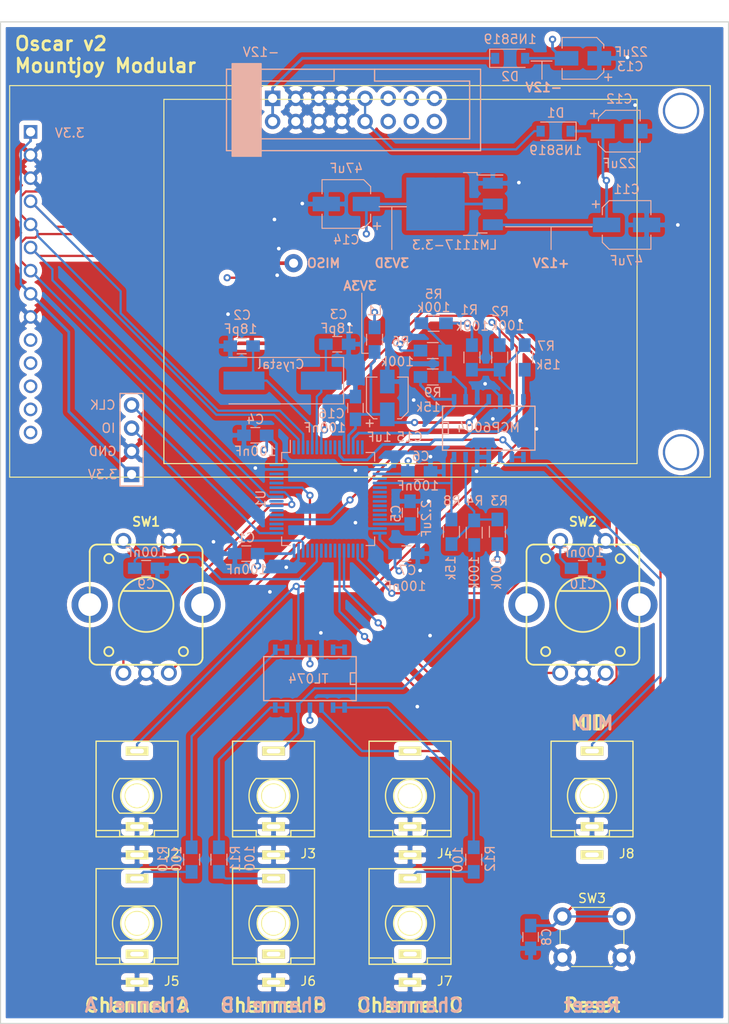
<source format=kicad_pcb>
(kicad_pcb (version 20171130) (host pcbnew "(5.1.0)-1")
  (layers (0 F.Cu signal) (1 GND power hide) (2 PWR power hide) (31 B.Cu signal) (34 B.Paste user) (35 F.Paste user) (36 B.SilkS user) (37 F.SilkS user) (38 B.Mask user) (39 F.Mask user) (44 Edge.Cuts user))
  (net 0 "")
  (net 1 +3V3)
  (net 2 GND)
  (net 3 "Net-(C2-Pad1)")
  (net 4 "Net-(C3-Pad1)")
  (net 5 "Net-(C5-Pad1)")
  (net 6 NRST)
  (net 7 L_ENC_BTN)
  (net 8 R_ENC_BTN)
  (net 9 VCC)
  (net 10 VEE)
  (net 11 +3.3VA)
  (net 12 +12V)
  (net 13 -12V)
  (net 14 SWCLK)
  (net 15 SWDIO)
  (net 16 "Net-(J5-Pad2)")
  (net 17 "Net-(J6-Pad2)")
  (net 18 "Net-(J7-Pad2)")
  (net 19 "Net-(J8-Pad1)")
  (net 20 "Net-(J9-Pad11)")
  (net 21 "Net-(J9-Pad12)")
  (net 22 "Net-(J9-Pad14)")
  (net 23 "Net-(J9-Pad13)")
  (net 24 "Net-(J9-Pad15)")
  (net 25 "Net-(J9-Pad16)")
  (net 26 "Net-(R1-Pad1)")
  (net 27 "Net-(R3-Pad1)")
  (net 28 "Net-(R5-Pad1)")
  (net 29 CH_A_IN)
  (net 30 CH_B_IN)
  (net 31 CH_C_IN)
  (net 32 "Net-(R10-Pad2)")
  (net 33 "Net-(R11-Pad2)")
  (net 34 "Net-(R12-Pad2)")
  (net 35 L_ENC_UP)
  (net 36 L_ENC_DN)
  (net 37 R_ENC_DN)
  (net 38 R_ENC_UP)
  (net 39 "Net-(U1-Pad1)")
  (net 40 "Net-(U1-Pad4)")
  (net 41 LCD_DC)
  (net 42 "Net-(U1-Pad9)")
  (net 43 "Net-(U1-Pad10)")
  (net 44 "Net-(U1-Pad15)")
  (net 45 "Net-(U1-Pad16)")
  (net 46 "Net-(U1-Pad17)")
  (net 47 "Net-(U1-Pad20)")
  (net 48 "Net-(U1-Pad22)")
  (net 49 "Net-(U1-Pad24)")
  (net 50 "Net-(U1-Pad25)")
  (net 51 LCD_RESET)
  (net 52 "Net-(U1-Pad27)")
  (net 53 "Net-(U1-Pad28)")
  (net 54 "Net-(U1-Pad29)")
  (net 55 "Net-(U1-Pad33)")
  (net 56 "Net-(U1-Pad35)")
  (net 57 "Net-(U1-Pad39)")
  (net 58 "Net-(U1-Pad40)")
  (net 59 "Net-(U1-Pad41)")
  (net 60 "Net-(U1-Pad42)")
  (net 61 "Net-(U1-Pad44)")
  (net 62 "Net-(U1-Pad50)")
  (net 63 "Net-(U1-Pad51)")
  (net 64 MIDI_OUT)
  (net 65 "Net-(U1-Pad53)")
  (net 66 "Net-(U1-Pad54)")
  (net 67 LCD_SCK)
  (net 68 LCD_MOSI)
  (net 69 "Net-(U1-Pad60)")
  (net 70 "Net-(U1-Pad61)")
  (net 71 "Net-(U1-Pad62)")
  (net 72 "Net-(U2-Pad14)")
  (net 73 "Net-(U2-Pad13)")
  (net 74 "Net-(U2-Pad12)")
  (net 75 "Net-(U2-Pad11)")
  (net 76 "Net-(U2-Pad10)")
  (net 77 "Net-(U1-Pad23)")
  (net 78 "Net-(U1-Pad56)")
  (net 79 "Net-(U1-Pad8)")
  (net 80 "Net-(U1-Pad26)")
  (net 81 "Net-(U4-Pad13)")
  (net 82 LCD_MISO)
  (net 83 /CHA_In)
  (net 84 /CHB_In)
  (net 85 /CHC_In)
  (net 86 /CHA_Out)
  (net 87 /CHB_Out)
  (net 88 /CHC_Out)
  (net 89 /MIDI_In)
  (net 90 "Net-(U1-Pad45)")
  (net 91 "Net-(U1-Pad36)")
  (module Custom_Footprints:ILI9341_SPI (layer F.Cu) (at 121 57)
    (fp_text reference U2 hide)
    (fp_text value ILI9341_SPI)
    (pad "" thru_hole circle (at 73.78 2.77) (size 4 4) (drill 3.5) (layers *.Cu *.Mask))
    (pad 14 thru_hole circle (at 2.3 38.1) (size 1.5 1.5) (drill 1) (layers *.Cu *.Mask) (net 72 "Net-(U2-Pad14)"))
    (pad 13 thru_hole circle (at 2.3 35.56) (size 1.5 1.5) (drill 1) (layers *.Cu *.Mask) (net 73 "Net-(U2-Pad13)"))
    (pad 12 thru_hole circle (at 2.3 33.02) (size 1.5 1.5) (drill 1) (layers *.Cu *.Mask) (net 74 "Net-(U2-Pad12)"))
    (pad 11 thru_hole circle (at 2.3 30.48) (size 1.5 1.5) (drill 1) (layers *.Cu *.Mask) (net 75 "Net-(U2-Pad11)"))
    (pad 10 thru_hole circle (at 2.3 27.94) (size 1.5 1.5) (drill 1) (layers *.Cu *.Mask) (net 76 "Net-(U2-Pad10)"))
    (pad 9 thru_hole circle (at 2.3 25.4) (size 1.5 1.5) (drill 1) (layers *.Cu *.Mask) (net 2 GND))
    (pad 8 thru_hole circle (at 2.3 22.86) (size 1.5 1.5) (drill 1) (layers *.Cu *.Mask) (net 1 +3V3))
    (pad 7 thru_hole circle (at 2.3 20.32) (size 1.5 1.5) (drill 1) (layers *.Cu *.Mask) (net 67 LCD_SCK))
    (pad 6 thru_hole circle (at 2.3 17.78) (size 1.5 1.5) (drill 1) (layers *.Cu *.Mask) (net 68 LCD_MOSI))
    (pad 5 thru_hole circle (at 2.3 15.24) (size 1.5 1.5) (drill 1) (layers *.Cu *.Mask) (net 41 LCD_DC))
    (pad 4 thru_hole circle (at 2.3 12.7) (size 1.5 1.5) (drill 1) (layers *.Cu *.Mask) (net 51 LCD_RESET))
    (pad 3 thru_hole circle (at 2.3 10.16) (size 1.5 1.5) (drill 1) (layers *.Cu *.Mask) (net 2 GND))
    (pad 2 thru_hole circle (at 2.3 7.62) (size 1.5 1.5) (drill 1) (layers *.Cu *.Mask) (net 2 GND))
    (pad 1 thru_hole rect (at 2.3 5.08) (size 1.5 1.5) (drill 1) (layers *.Cu *.Mask) (net 1 +3V3))
    (pad "" thru_hole circle (at 73.78 40.27) (size 4 4) (drill 3.5) (layers *.Cu *.Mask))
  )
  (module Wire_Pads:SolderWirePad_single_2mmDrill (layer F.Cu) (at 152.76 74.89)
    (fp_text reference J11 hide)
    (fp_text value MISO_Connector)
    (pad 1 thru_hole circle (at -0.56 1.61) (size 2 2) (drill 1) (layers *.Cu *.Mask) (net 82 LCD_MISO))
  )
  (module Resistors_SMD:R_0805_HandSoldering (layer B.Cu) (at 167.5 89)
    (fp_text reference R9 (at 0 1.7) (layer B.SilkS) (effects (justify mirror)))
    (fp_text value 15k (at -0.5 3.3) (layer B.SilkS) (effects (justify mirror)))
    (pad 1 smd rect (at -1.35 0) (size 1.5 1.3) (layers B.Cu B.Paste B.Mask) (net 31 CH_C_IN))
    (pad 2 smd rect (at 1.35 0) (size 1.5 1.3) (layers B.Cu B.Paste B.Mask) (net 28 "Net-(R5-Pad1)"))
  )
  (module Package_QFP:LQFP-64_10x10mm_P0.5mm (layer B.Cu) (at 156 102.4 270)
    (fp_text reference U1 (at 0 7.4 270) (layer B.SilkS) (effects (justify mirror)))
    (fp_text value STM32F446RETx)
    (pad 1 smd roundrect (at -5.675 3.75 270) (size 1.55 0.3) (layers B.Cu B.Paste B.Mask) (net 39 "Net-(U1-Pad1)"))
    (pad 2 smd roundrect (at -5.675 3.25 270) (size 1.55 0.3) (layers B.Cu B.Paste B.Mask) (net 41 LCD_DC))
    (pad 3 smd roundrect (at -5.675 2.75 270) (size 1.55 0.3) (layers B.Cu B.Paste B.Mask) (net 51 LCD_RESET))
    (pad 4 smd roundrect (at -5.675 2.25 270) (size 1.55 0.3) (layers B.Cu B.Paste B.Mask) (net 40 "Net-(U1-Pad4)"))
    (pad 5 smd roundrect (at -5.675 1.75 270) (size 1.55 0.3) (layers B.Cu B.Paste B.Mask) (net 3 "Net-(C2-Pad1)"))
    (pad 6 smd roundrect (at -5.675 1.25 270) (size 1.55 0.3) (layers B.Cu B.Paste B.Mask) (net 4 "Net-(C3-Pad1)"))
    (pad 7 smd roundrect (at -5.675 0.75 270) (size 1.55 0.3) (layers B.Cu B.Paste B.Mask) (net 6 NRST))
    (pad 8 smd roundrect (at -5.675 0.25 270) (size 1.55 0.3) (layers B.Cu B.Paste B.Mask) (net 79 "Net-(U1-Pad8)"))
    (pad 9 smd roundrect (at -5.675 -0.25 270) (size 1.55 0.3) (layers B.Cu B.Paste B.Mask) (net 42 "Net-(U1-Pad9)"))
    (pad 10 smd roundrect (at -5.675 -0.75 270) (size 1.55 0.3) (layers B.Cu B.Paste B.Mask) (net 43 "Net-(U1-Pad10)"))
    (pad 11 smd roundrect (at -5.675 -1.25 270) (size 1.55 0.3) (layers B.Cu B.Paste B.Mask) (net 29 CH_A_IN))
    (pad 12 smd roundrect (at -5.675 -1.75 270) (size 1.55 0.3) (layers B.Cu B.Paste B.Mask) (net 2 GND))
    (pad 13 smd roundrect (at -5.675 -2.25 270) (size 1.55 0.3) (layers B.Cu B.Paste B.Mask) (net 11 +3.3VA))
    (pad 14 smd roundrect (at -5.675 -2.75 270) (size 1.55 0.3) (layers B.Cu B.Paste B.Mask) (net 31 CH_C_IN))
    (pad 15 smd roundrect (at -5.675 -3.25 270) (size 1.55 0.3) (layers B.Cu B.Paste B.Mask) (net 44 "Net-(U1-Pad15)"))
    (pad 16 smd roundrect (at -5.675 -3.75 270) (size 1.55 0.3) (layers B.Cu B.Paste B.Mask) (net 45 "Net-(U1-Pad16)"))
    (pad 17 smd roundrect (at -3.75 -5.675 270) (size 0.3 1.55) (layers B.Cu B.Paste B.Mask) (net 46 "Net-(U1-Pad17)"))
    (pad 18 smd roundrect (at -3.25 -5.675 270) (size 0.3 1.55) (layers B.Cu B.Paste B.Mask) (net 2 GND))
    (pad 19 smd roundrect (at -2.75 -5.675 270) (size 0.3 1.55) (layers B.Cu B.Paste B.Mask) (net 1 +3V3))
    (pad 20 smd roundrect (at -2.25 -5.675 270) (size 0.3 1.55) (layers B.Cu B.Paste B.Mask) (net 47 "Net-(U1-Pad20)"))
    (pad 21 smd roundrect (at -1.75 -5.675 270) (size 0.3 1.55) (layers B.Cu B.Paste B.Mask) (net 30 CH_B_IN))
    (pad 22 smd roundrect (at -1.25 -5.675 270) (size 0.3 1.55) (layers B.Cu B.Paste B.Mask) (net 48 "Net-(U1-Pad22)"))
    (pad 23 smd roundrect (at -0.75 -5.675 270) (size 0.3 1.55) (layers B.Cu B.Paste B.Mask) (net 77 "Net-(U1-Pad23)"))
    (pad 24 smd roundrect (at -0.25 -5.675 270) (size 0.3 1.55) (layers B.Cu B.Paste B.Mask) (net 49 "Net-(U1-Pad24)"))
    (pad 25 smd roundrect (at 0.25 -5.675 270) (size 0.3 1.55) (layers B.Cu B.Paste B.Mask) (net 50 "Net-(U1-Pad25)"))
    (pad 26 smd roundrect (at 0.75 -5.675 270) (size 0.3 1.55) (layers B.Cu B.Paste B.Mask) (net 80 "Net-(U1-Pad26)"))
    (pad 27 smd roundrect (at 1.25 -5.675 270) (size 0.3 1.55) (layers B.Cu B.Paste B.Mask) (net 52 "Net-(U1-Pad27)"))
    (pad 28 smd roundrect (at 1.75 -5.675 270) (size 0.3 1.55) (layers B.Cu B.Paste B.Mask) (net 53 "Net-(U1-Pad28)"))
    (pad 29 smd roundrect (at 2.25 -5.675 270) (size 0.3 1.55) (layers B.Cu B.Paste B.Mask) (net 54 "Net-(U1-Pad29)"))
    (pad 30 smd roundrect (at 2.75 -5.675 270) (size 0.3 1.55) (layers B.Cu B.Paste B.Mask) (net 5 "Net-(C5-Pad1)"))
    (pad 31 smd roundrect (at 3.25 -5.675 270) (size 0.3 1.55) (layers B.Cu B.Paste B.Mask) (net 2 GND))
    (pad 32 smd roundrect (at 3.75 -5.675 270) (size 0.3 1.55) (layers B.Cu B.Paste B.Mask) (net 1 +3V3))
    (pad 33 smd roundrect (at 5.675 -3.75 270) (size 1.55 0.3) (layers B.Cu B.Paste B.Mask) (net 55 "Net-(U1-Pad33)"))
    (pad 34 smd roundrect (at 5.675 -3.25 270) (size 1.55 0.3) (layers B.Cu B.Paste B.Mask) (net 8 R_ENC_BTN))
    (pad 35 smd roundrect (at 5.675 -2.75 270) (size 1.55 0.3) (layers B.Cu B.Paste B.Mask) (net 56 "Net-(U1-Pad35)"))
    (pad 36 smd roundrect (at 5.675 -2.25 270) (size 1.55 0.3) (layers B.Cu B.Paste B.Mask) (net 91 "Net-(U1-Pad36)"))
    (pad 37 smd roundrect (at 5.675 -1.75 270) (size 1.55 0.3) (layers B.Cu B.Paste B.Mask) (net 38 R_ENC_UP))
    (pad 38 smd roundrect (at 5.675 -1.25 270) (size 1.55 0.3) (layers B.Cu B.Paste B.Mask) (net 37 R_ENC_DN))
    (pad 39 smd roundrect (at 5.675 -0.75 270) (size 1.55 0.3) (layers B.Cu B.Paste B.Mask) (net 57 "Net-(U1-Pad39)"))
    (pad 40 smd roundrect (at 5.675 -0.25 270) (size 1.55 0.3) (layers B.Cu B.Paste B.Mask) (net 58 "Net-(U1-Pad40)"))
    (pad 41 smd roundrect (at 5.675 0.25 270) (size 1.55 0.3) (layers B.Cu B.Paste B.Mask) (net 59 "Net-(U1-Pad41)"))
    (pad 42 smd roundrect (at 5.675 0.75 270) (size 1.55 0.3) (layers B.Cu B.Paste B.Mask) (net 60 "Net-(U1-Pad42)"))
    (pad 43 smd roundrect (at 5.675 1.25 270) (size 1.55 0.3) (layers B.Cu B.Paste B.Mask) (net 7 L_ENC_BTN))
    (pad 44 smd roundrect (at 5.675 1.75 270) (size 1.55 0.3) (layers B.Cu B.Paste B.Mask) (net 61 "Net-(U1-Pad44)"))
    (pad 45 smd roundrect (at 5.675 2.25 270) (size 1.55 0.3) (layers B.Cu B.Paste B.Mask) (net 90 "Net-(U1-Pad45)"))
    (pad 46 smd roundrect (at 5.675 2.75 270) (size 1.55 0.3) (layers B.Cu B.Paste B.Mask) (net 15 SWDIO))
    (pad 47 smd roundrect (at 5.675 3.25 270) (size 1.55 0.3) (layers B.Cu B.Paste B.Mask) (net 2 GND))
    (pad 48 smd roundrect (at 5.675 3.75 270) (size 1.55 0.3) (layers B.Cu B.Paste B.Mask) (net 1 +3V3))
    (pad 49 smd roundrect (at 3.75 5.675 270) (size 0.3 1.55) (layers B.Cu B.Paste B.Mask) (net 14 SWCLK))
    (pad 50 smd roundrect (at 3.25 5.675 270) (size 0.3 1.55) (layers B.Cu B.Paste B.Mask) (net 62 "Net-(U1-Pad50)"))
    (pad 51 smd roundrect (at 2.75 5.675 270) (size 0.3 1.55) (layers B.Cu B.Paste B.Mask) (net 63 "Net-(U1-Pad51)"))
    (pad 52 smd roundrect (at 2.25 5.675 270) (size 0.3 1.55) (layers B.Cu B.Paste B.Mask) (net 64 MIDI_OUT))
    (pad 53 smd roundrect (at 1.75 5.675 270) (size 0.3 1.55) (layers B.Cu B.Paste B.Mask) (net 65 "Net-(U1-Pad53)"))
    (pad 54 smd roundrect (at 1.25 5.675 270) (size 0.3 1.55) (layers B.Cu B.Paste B.Mask) (net 66 "Net-(U1-Pad54)"))
    (pad 55 smd roundrect (at 0.75 5.675 270) (size 0.3 1.55) (layers B.Cu B.Paste B.Mask) (net 67 LCD_SCK))
    (pad 56 smd roundrect (at 0.25 5.675 270) (size 0.3 1.55) (layers B.Cu B.Paste B.Mask) (net 78 "Net-(U1-Pad56)"))
    (pad 57 smd roundrect (at -0.25 5.675 270) (size 0.3 1.55) (layers B.Cu B.Paste B.Mask) (net 68 LCD_MOSI))
    (pad 58 smd roundrect (at -0.75 5.675 270) (size 0.3 1.55) (layers B.Cu B.Paste B.Mask) (net 35 L_ENC_UP))
    (pad 59 smd roundrect (at -1.25 5.675 270) (size 0.3 1.55) (layers B.Cu B.Paste B.Mask) (net 36 L_ENC_DN))
    (pad 60 smd roundrect (at -1.75 5.675 270) (size 0.3 1.55) (layers B.Cu B.Paste B.Mask) (net 69 "Net-(U1-Pad60)"))
    (pad 61 smd roundrect (at -2.25 5.675 270) (size 0.3 1.55) (layers B.Cu B.Paste B.Mask) (net 70 "Net-(U1-Pad61)"))
    (pad 62 smd roundrect (at -2.75 5.675 270) (size 0.3 1.55) (layers B.Cu B.Paste B.Mask) (net 71 "Net-(U1-Pad62)"))
    (pad 63 smd roundrect (at -3.25 5.675 270) (size 0.3 1.55) (layers B.Cu B.Paste B.Mask) (net 2 GND))
    (pad 64 smd roundrect (at -3.75 5.675 270) (size 0.3 1.55) (layers B.Cu B.Paste B.Mask) (net 1 +3V3))
  )
  (module Capacitors_SMD:C_0805_HandSoldering (layer B.Cu) (at 147 108.4 180)
    (fp_text reference C1 (at 0 1.75 180) (layer B.SilkS) (effects (justify mirror)))
    (fp_text value 100nF (at 0 -1.75 180) (layer B.SilkS) (effects (justify mirror)))
    (pad 1 smd rect (at -1.25 0 180) (size 1.5 1.25) (layers B.Cu B.Paste B.Mask) (net 1 +3V3))
    (pad 2 smd rect (at 1.25 0 180) (size 1.5 1.25) (layers B.Cu B.Paste B.Mask) (net 2 GND))
  )
  (module Capacitors_SMD:C_0805_HandSoldering (layer B.Cu) (at 146.5 85.6 180)
    (fp_text reference C2 (at -0.05 3.4 180) (layer B.SilkS) (effects (justify mirror)))
    (fp_text value 18pF (at 0.125 1.875 180) (layer B.SilkS) (effects (justify mirror)))
    (pad 1 smd rect (at -1.25 0 180) (size 1.5 1.25) (layers B.Cu B.Paste B.Mask) (net 3 "Net-(C2-Pad1)"))
    (pad 2 smd rect (at 1.25 0 180) (size 1.5 1.25) (layers B.Cu B.Paste B.Mask) (net 2 GND))
  )
  (module Capacitors_SMD:C_0805_HandSoldering (layer B.Cu) (at 157 85.4)
    (fp_text reference C3 (at 0.15 -3.275) (layer B.SilkS) (effects (justify mirror)))
    (fp_text value 18pF (at 0 -1.75) (layer B.SilkS) (effects (justify mirror)))
    (pad 2 smd rect (at 1.25 0) (size 1.5 1.25) (layers B.Cu B.Paste B.Mask) (net 2 GND))
    (pad 1 smd rect (at -1.25 0) (size 1.5 1.25) (layers B.Cu B.Paste B.Mask) (net 4 "Net-(C3-Pad1)"))
  )
  (module Capacitors_SMD:C_0805_HandSoldering (layer B.Cu) (at 148 95.4 180)
    (fp_text reference C4 (at 0 1.75 180) (layer B.SilkS) (effects (justify mirror)))
    (fp_text value 100nF (at 0 -1.75 180) (layer B.SilkS) (effects (justify mirror)))
    (pad 2 smd rect (at 1.25 0 180) (size 1.5 1.25) (layers B.Cu B.Paste B.Mask) (net 2 GND))
    (pad 1 smd rect (at -1.25 0 180) (size 1.5 1.25) (layers B.Cu B.Paste B.Mask) (net 1 +3V3))
  )
  (module Capacitors_SMD:C_0805_HandSoldering (layer B.Cu) (at 165 103.9 90)
    (fp_text reference C5 (at -0.1 -1.55 90) (layer B.SilkS) (effects (justify mirror)))
    (fp_text value 2.2uF (at -0.65 1.8 90) (layer B.SilkS) (effects (justify mirror)))
    (pad 2 smd rect (at 1.25 0 90) (size 1.5 1.25) (layers B.Cu B.Paste B.Mask) (net 2 GND))
    (pad 1 smd rect (at -1.25 0 90) (size 1.5 1.25) (layers B.Cu B.Paste B.Mask) (net 5 "Net-(C5-Pad1)"))
  )
  (module Capacitors_SMD:C_0805_HandSoldering (layer B.Cu) (at 166 99.4)
    (fp_text reference C6 (at 0.175 -1.7) (layer B.SilkS) (effects (justify mirror)))
    (fp_text value 100nF (at -0.125 1.55) (layer B.SilkS) (effects (justify mirror)))
    (pad 1 smd rect (at -1.25 0) (size 1.5 1.25) (layers B.Cu B.Paste B.Mask) (net 1 +3V3))
    (pad 2 smd rect (at 1.25 0) (size 1.5 1.25) (layers B.Cu B.Paste B.Mask) (net 2 GND))
  )
  (module Capacitors_SMD:C_0805_HandSoldering (layer B.Cu) (at 164.6 108.4)
    (fp_text reference C7 (at 0.125 1.825) (layer B.SilkS) (effects (justify mirror)))
    (fp_text value 100nF (at -0.125 3.575) (layer B.SilkS) (effects (justify mirror)))
    (pad 2 smd rect (at 1.25 0) (size 1.5 1.25) (layers B.Cu B.Paste B.Mask) (net 2 GND))
    (pad 1 smd rect (at -1.25 0) (size 1.5 1.25) (layers B.Cu B.Paste B.Mask) (net 1 +3V3))
  )
  (module Capacitors_SMD:C_0805_HandSoldering (layer B.Cu) (at 178.25 150.5 90)
    (fp_text reference C8 (at 0 1.75 90) (layer B.SilkS) (effects (justify mirror)))
    (fp_text value 100nF)
    (pad 1 smd rect (at -1.25 0 90) (size 1.5 1.25) (layers B.Cu B.Paste B.Mask) (net 2 GND))
    (pad 2 smd rect (at 1.25 0 90) (size 1.5 1.25) (layers B.Cu B.Paste B.Mask) (net 6 NRST))
  )
  (module Capacitors_SMD:C_0805_HandSoldering (layer B.Cu) (at 136 110)
    (fp_text reference C9 (at 0 1.75) (layer B.SilkS) (effects (justify mirror)))
    (fp_text value 100nF (at 0 -1.75) (layer B.SilkS) (effects (justify mirror)))
    (pad 1 smd rect (at -1.25 0) (size 1.5 1.25) (layers B.Cu B.Paste B.Mask) (net 7 L_ENC_BTN))
    (pad 2 smd rect (at 1.25 0) (size 1.5 1.25) (layers B.Cu B.Paste B.Mask) (net 2 GND))
  )
  (module Capacitors_SMD:C_0805_HandSoldering (layer B.Cu) (at 184 110)
    (fp_text reference C10 (at 0 1.75) (layer B.SilkS) (effects (justify mirror)))
    (fp_text value 100nF (at 0 -1.75) (layer B.SilkS) (effects (justify mirror)))
    (pad 2 smd rect (at 1.25 0) (size 1.5 1.25) (layers B.Cu B.Paste B.Mask) (net 2 GND))
    (pad 1 smd rect (at -1.25 0) (size 1.5 1.25) (layers B.Cu B.Paste B.Mask) (net 8 R_ENC_BTN))
  )
  (module Capacitors_SMD:CP_Elec_5x5.8 (layer B.Cu) (at 188.8 72.3)
    (fp_text reference C11 (at 0 -3.92) (layer B.SilkS) (effects (justify mirror)))
    (fp_text value 47uF (at 0 3.92) (layer B.SilkS) (effects (justify mirror)))
    (fp_text user + (at -3.38 -2.35) (layer B.SilkS) (effects (justify mirror)))
    (pad 1 smd rect (at -2.2 0 180) (size 3 1.6) (layers B.Cu B.Paste B.Mask) (net 9 VCC))
    (pad 2 smd rect (at 2.2 0 180) (size 3 1.6) (layers B.Cu B.Paste B.Mask) (net 2 GND))
  )
  (module Capacitors_SMD:CP_Elec_4x5.8 (layer B.Cu) (at 188 62)
    (fp_text reference C12 (at 0 -3.54) (layer B.SilkS) (effects (justify mirror)))
    (fp_text value 22uF (at 0 3.54) (layer B.SilkS) (effects (justify mirror)))
    (fp_text user + (at -2.78 -2.01) (layer B.SilkS) (effects (justify mirror)))
    (pad 2 smd rect (at 1.8 0 180) (size 2.6 1.6) (layers B.Cu B.Paste B.Mask) (net 2 GND))
    (pad 1 smd rect (at -1.8 0 180) (size 2.6 1.6) (layers B.Cu B.Paste B.Mask) (net 9 VCC))
  )
  (module Capacitors_SMD:CP_Elec_4x5.8 (layer B.Cu) (at 184 54 180)
    (fp_text reference C13 (at -5.2 -0.9 180) (layer B.SilkS) (effects (justify mirror)))
    (fp_text value 22uF (at -5.3 0.7 180) (layer B.SilkS) (effects (justify mirror)))
    (fp_text user + (at -2.78 -2.01 180) (layer B.SilkS) (effects (justify mirror)))
    (pad 2 smd rect (at 1.8 0) (size 2.6 1.6) (layers B.Cu B.Paste B.Mask) (net 10 VEE))
    (pad 1 smd rect (at -1.8 0) (size 2.6 1.6) (layers B.Cu B.Paste B.Mask) (net 2 GND))
  )
  (module Capacitors_SMD:CP_Elec_5x5.8 (layer B.Cu) (at 158 70 180)
    (fp_text reference C14 (at 0 -3.92 180) (layer B.SilkS) (effects (justify mirror)))
    (fp_text value 47uF (at 0 3.92 180) (layer B.SilkS) (effects (justify mirror)))
    (fp_text user + (at -3.38 -2.35 180) (layer B.SilkS) (effects (justify mirror)))
    (pad 2 smd rect (at 2.2 0) (size 3 1.6) (layers B.Cu B.Paste B.Mask) (net 2 GND))
    (pad 1 smd rect (at -2.2 0) (size 3 1.6) (layers B.Cu B.Paste B.Mask) (net 1 +3V3))
  )
  (module Capacitors_SMD:CP_Elec_4x5.8 (layer B.Cu) (at 162.5 91.3 90)
    (fp_text reference C15 (at -4.275 2.45 180) (layer B.SilkS) (effects (justify mirror)))
    (fp_text value 1uF (at -4.3 -0.875 180) (layer B.SilkS) (effects (justify mirror)))
    (fp_text user + (at -2.78 -2.01 90) (layer B.SilkS) (effects (justify mirror)))
    (pad 1 smd rect (at -1.8 0 270) (size 2.6 1.6) (layers B.Cu B.Paste B.Mask) (net 11 +3.3VA))
    (pad 2 smd rect (at 1.8 0 270) (size 2.6 1.6) (layers B.Cu B.Paste B.Mask) (net 2 GND))
  )
  (module Capacitors_SMD:C_0805_HandSoldering (layer B.Cu) (at 159 92.4 90)
    (fp_text reference C16 (at -0.625 -2.625 180) (layer B.SilkS) (effects (justify mirror)))
    (fp_text value 100nF (at -2.175 -3.375 180) (layer B.SilkS) (effects (justify mirror)))
    (pad 2 smd rect (at 1.25 0 90) (size 1.5 1.25) (layers B.Cu B.Paste B.Mask) (net 2 GND))
    (pad 1 smd rect (at -1.25 0 90) (size 1.5 1.25) (layers B.Cu B.Paste B.Mask) (net 11 +3.3VA))
  )
  (module Diodes_SMD:D_SOD-123 (layer B.Cu) (at 181 62 180)
    (fp_text reference D1 (at 0 2 180) (layer B.SilkS) (effects (justify mirror)))
    (fp_text value 1N5819 (at 0 -2.1 180) (layer B.SilkS) (effects (justify mirror)))
    (pad 2 smd rect (at 1.65 0 180) (size 0.9 1.2) (layers B.Cu B.Paste B.Mask) (net 12 +12V))
    (pad 1 smd rect (at -1.65 0 180) (size 0.9 1.2) (layers B.Cu B.Paste B.Mask) (net 9 VCC))
  )
  (module Diodes_SMD:D_SOD-123 (layer B.Cu) (at 176 54)
    (fp_text reference D2 (at 0 2) (layer B.SilkS) (effects (justify mirror)))
    (fp_text value 1N5819 (at 0 -2.1) (layer B.SilkS) (effects (justify mirror)))
    (pad 1 smd rect (at -1.65 0) (size 0.9 1.2) (layers B.Cu B.Paste B.Mask) (net 13 -12V))
    (pad 2 smd rect (at 1.65 0) (size 0.9 1.2) (layers B.Cu B.Paste B.Mask) (net 10 VEE))
  )
  (module Custom_Footprints:SWD_header (layer B.Cu) (at 134.4 99.7 90)
    (fp_text reference J1 hide)
    (fp_text value SWD_Header)
    (fp_text user 3.3V (at 0 -3.175) (layer B.SilkS) (effects (justify mirror)))
    (fp_text user GND (at 2.54 -3.175) (layer B.SilkS) (effects (justify mirror)))
    (fp_text user IO (at 5.08 -2.54) (layer B.SilkS) (effects (justify mirror)))
    (fp_text user CLK (at 7.62 -3.175) (layer B.SilkS) (effects (justify mirror)))
    (pad 4 thru_hole circle (at 7.62 0 90) (size 1.7 1.7) (drill 1) (layers *.Cu *.Mask) (net 14 SWCLK))
    (pad 3 thru_hole circle (at 5.08 0 90) (size 1.7 1.7) (drill 1) (layers *.Cu *.Mask) (net 15 SWDIO))
    (pad 2 thru_hole circle (at 2.54 0 90) (size 1.7 1.7) (drill 1) (layers *.Cu *.Mask) (net 2 GND))
    (pad 1 thru_hole rect (at 0 0 90) (size 1.7 1.7) (drill 1) (layers *.Cu *.Mask) (net 1 +3V3))
  )
  (module Custom_Footprints:THONKICONN_hole (layer F.Cu) (at 135 135)
    (fp_text reference J2 (at 3.81 6.35) (layer F.SilkS))
    (fp_text value ChannelA_In hide)
    (pad "" np_thru_hole circle (at 0 0) (size 2.5 2.5) (drill 2.5) (layers *.Cu *.Mask))
    (pad 1 thru_hole rect (at 0 6.48) (size 2.5 1) (drill oval 1.5 0.5) (layers *.Cu *.Mask F.SilkS) (net 2 GND))
    (pad 2 thru_hole rect (at 0 3.38) (size 2.5 1) (drill oval 1.5 0.5) (layers *.Cu *.Mask F.SilkS) (net 2 GND))
    (pad 3 thru_hole rect (at 0 -4.92) (size 2.5 1) (drill oval 1.5 0.5) (layers *.Cu *.Mask F.SilkS) (net 83 /CHA_In))
  )
  (module Custom_Footprints:THONKICONN_hole (layer F.Cu) (at 150 135)
    (fp_text reference J3 (at 3.81 6.35) (layer F.SilkS))
    (fp_text value ChannelB_In hide)
    (pad "" np_thru_hole circle (at 0 0) (size 2.5 2.5) (drill 2.5) (layers *.Cu *.Mask))
    (pad 1 thru_hole rect (at 0 6.48) (size 2.5 1) (drill oval 1.5 0.5) (layers *.Cu *.Mask F.SilkS) (net 2 GND))
    (pad 2 thru_hole rect (at 0 3.38) (size 2.5 1) (drill oval 1.5 0.5) (layers *.Cu *.Mask F.SilkS) (net 2 GND))
    (pad 3 thru_hole rect (at 0 -4.92) (size 2.5 1) (drill oval 1.5 0.5) (layers *.Cu *.Mask F.SilkS) (net 84 /CHB_In))
  )
  (module Custom_Footprints:THONKICONN_hole (layer F.Cu) (at 165 135)
    (fp_text reference J4 (at 3.81 6.35) (layer F.SilkS))
    (fp_text value ChannelC_In hide)
    (pad "" np_thru_hole circle (at 0 0) (size 2.5 2.5) (drill 2.5) (layers *.Cu *.Mask))
    (pad 1 thru_hole rect (at 0 6.48) (size 2.5 1) (drill oval 1.5 0.5) (layers *.Cu *.Mask F.SilkS) (net 2 GND))
    (pad 2 thru_hole rect (at 0 3.38) (size 2.5 1) (drill oval 1.5 0.5) (layers *.Cu *.Mask F.SilkS) (net 2 GND))
    (pad 3 thru_hole rect (at 0 -4.92) (size 2.5 1) (drill oval 1.5 0.5) (layers *.Cu *.Mask F.SilkS) (net 85 /CHC_In))
  )
  (module Custom_Footprints:THONKICONN_hole (layer F.Cu) (at 135 149)
    (fp_text reference J5 (at 3.81 6.35) (layer F.SilkS))
    (fp_text value ChA_Buff_Out hide)
    (pad 3 thru_hole rect (at 0 -4.92) (size 2.5 1) (drill oval 1.5 0.5) (layers *.Cu *.Mask F.SilkS) (net 86 /CHA_Out))
    (pad 2 thru_hole rect (at 0 3.38) (size 2.5 1) (drill oval 1.5 0.5) (layers *.Cu *.Mask F.SilkS) (net 16 "Net-(J5-Pad2)"))
    (pad 1 thru_hole rect (at 0 6.48) (size 2.5 1) (drill oval 1.5 0.5) (layers *.Cu *.Mask F.SilkS) (net 2 GND))
    (pad "" np_thru_hole circle (at 0 0) (size 2.5 2.5) (drill 2.5) (layers *.Cu *.Mask))
  )
  (module Custom_Footprints:THONKICONN_hole (layer F.Cu) (at 150 149)
    (fp_text reference J6 (at 3.81 6.35) (layer F.SilkS))
    (fp_text value ChB_Buff_Out hide)
    (pad 3 thru_hole rect (at 0 -4.92) (size 2.5 1) (drill oval 1.5 0.5) (layers *.Cu *.Mask F.SilkS) (net 87 /CHB_Out))
    (pad 2 thru_hole rect (at 0 3.38) (size 2.5 1) (drill oval 1.5 0.5) (layers *.Cu *.Mask F.SilkS) (net 17 "Net-(J6-Pad2)"))
    (pad 1 thru_hole rect (at 0 6.48) (size 2.5 1) (drill oval 1.5 0.5) (layers *.Cu *.Mask F.SilkS) (net 2 GND))
    (pad "" np_thru_hole circle (at 0 0) (size 2.5 2.5) (drill 2.5) (layers *.Cu *.Mask))
  )
  (module Custom_Footprints:THONKICONN_hole (layer F.Cu) (at 165 149)
    (fp_text reference J7 (at 3.81 6.35) (layer F.SilkS))
    (fp_text value ChC_Buff_Out hide)
    (pad 3 thru_hole rect (at 0 -4.92) (size 2.5 1) (drill oval 1.5 0.5) (layers *.Cu *.Mask F.SilkS) (net 88 /CHC_Out))
    (pad 2 thru_hole rect (at 0 3.38) (size 2.5 1) (drill oval 1.5 0.5) (layers *.Cu *.Mask F.SilkS) (net 18 "Net-(J7-Pad2)"))
    (pad 1 thru_hole rect (at 0 6.48) (size 2.5 1) (drill oval 1.5 0.5) (layers *.Cu *.Mask F.SilkS) (net 2 GND))
    (pad "" np_thru_hole circle (at 0 0) (size 2.5 2.5) (drill 2.5) (layers *.Cu *.Mask))
  )
  (module Custom_Footprints:THONKICONN_hole (layer F.Cu) (at 185 135)
    (fp_text reference J8 (at 3.81 6.35) (layer F.SilkS))
    (fp_text value MIDI_In hide)
    (pad 3 thru_hole rect (at 0 -4.92) (size 2.5 1) (drill oval 1.5 0.5) (layers *.Cu *.Mask F.SilkS) (net 89 /MIDI_In))
    (pad 2 thru_hole rect (at 0 3.38) (size 2.5 1) (drill oval 1.5 0.5) (layers *.Cu *.Mask F.SilkS) (net 2 GND))
    (pad 1 thru_hole rect (at 0 6.48) (size 2.5 1) (drill oval 1.5 0.5) (layers *.Cu *.Mask F.SilkS) (net 19 "Net-(J8-Pad1)"))
    (pad "" np_thru_hole circle (at 0 0) (size 2.5 2.5) (drill 2.5) (layers *.Cu *.Mask))
  )
  (module Custom_Footprints:Eurorack_16_pin_header (layer B.Cu) (at 149.9 58.4)
    (fp_text reference J9 hide)
    (fp_text value Eurorack_16_pin_power hide)
    (fp_text user -12V (at -1.27 -5.08) (layer B.SilkS) (effects (justify mirror)))
    (pad 1 thru_hole rect (at 0 0) (size 1.7 1.7) (drill 1) (layers *.Cu *.Mask) (net 13 -12V))
    (pad 2 thru_hole circle (at 0 2.54) (size 1.7 1.7) (drill 1) (layers *.Cu *.Mask) (net 13 -12V))
    (pad 3 thru_hole circle (at 2.54 0) (size 1.7 1.7) (drill 1) (layers *.Cu *.Mask) (net 2 GND))
    (pad 4 thru_hole circle (at 2.54 2.54) (size 1.7 1.7) (drill 1) (layers *.Cu *.Mask) (net 2 GND))
    (pad 5 thru_hole circle (at 5.08 0) (size 1.7 1.7) (drill 1) (layers *.Cu *.Mask) (net 2 GND))
    (pad 6 thru_hole circle (at 5.08 2.54) (size 1.7 1.7) (drill 1) (layers *.Cu *.Mask) (net 2 GND))
    (pad 7 thru_hole circle (at 7.62 0) (size 1.7 1.7) (drill 1) (layers *.Cu *.Mask) (net 2 GND))
    (pad 8 thru_hole circle (at 7.62 2.54) (size 1.7 1.7) (drill 1) (layers *.Cu *.Mask) (net 2 GND))
    (pad 9 thru_hole circle (at 10.16 0) (size 1.7 1.7) (drill 1) (layers *.Cu *.Mask) (net 12 +12V))
    (pad 10 thru_hole circle (at 10.16 2.54) (size 1.7 1.7) (drill 1) (layers *.Cu *.Mask) (net 12 +12V))
    (pad 11 thru_hole circle (at 12.7 0) (size 1.7 1.7) (drill 1) (layers *.Cu *.Mask) (net 20 "Net-(J9-Pad11)"))
    (pad 12 thru_hole circle (at 12.7 2.54) (size 1.7 1.7) (drill 1) (layers *.Cu *.Mask) (net 21 "Net-(J9-Pad12)"))
    (pad 14 thru_hole circle (at 15.24 2.54) (size 1.7 1.7) (drill 1) (layers *.Cu *.Mask) (net 22 "Net-(J9-Pad14)"))
    (pad 13 thru_hole circle (at 15.24 0) (size 1.7 1.7) (drill 1) (layers *.Cu *.Mask) (net 23 "Net-(J9-Pad13)"))
    (pad 15 thru_hole circle (at 17.78 0) (size 1.7 1.7) (drill 1) (layers *.Cu *.Mask) (net 24 "Net-(J9-Pad15)"))
    (pad 16 thru_hole circle (at 17.78 2.54) (size 1.7 1.7) (drill 1) (layers *.Cu *.Mask) (net 25 "Net-(J9-Pad16)"))
  )
  (module Resistors_SMD:R_0805_HandSoldering (layer B.Cu) (at 161.1 84.9 90)
    (fp_text reference L1 (at 3.2 0 180) (layer B.SilkS) (effects (justify mirror)))
    (fp_text value L)
    (pad 2 smd rect (at 1.35 0 90) (size 1.5 1.3) (layers B.Cu B.Paste B.Mask) (net 1 +3V3))
    (pad 1 smd rect (at -1.35 0 90) (size 1.5 1.3) (layers B.Cu B.Paste B.Mask) (net 11 +3.3VA))
  )
  (module Resistors_SMD:R_0805_HandSoldering (layer B.Cu) (at 171.8 86.85 90)
    (fp_text reference R1 (at 5.225 -0.3 180) (layer B.SilkS) (effects (justify mirror)))
    (fp_text value 100k (at 3.45 0.05 180) (layer B.SilkS) (effects (justify mirror)))
    (pad 2 smd rect (at 1.35 0 90) (size 1.5 1.3) (layers B.Cu B.Paste B.Mask) (net 10 VEE))
    (pad 1 smd rect (at -1.35 0 90) (size 1.5 1.3) (layers B.Cu B.Paste B.Mask) (net 26 "Net-(R1-Pad1)"))
  )
  (module Resistors_SMD:R_0805_HandSoldering (layer B.Cu) (at 174.85 86.85 90)
    (fp_text reference R2 (at 5.05 0.05 180) (layer B.SilkS) (effects (justify mirror)))
    (fp_text value 100k (at 3.5 0.875 180) (layer B.SilkS) (effects (justify mirror)))
    (pad 2 smd rect (at 1.35 0 90) (size 1.5 1.3) (layers B.Cu B.Paste B.Mask) (net 83 /CHA_In))
    (pad 1 smd rect (at -1.35 0 90) (size 1.5 1.3) (layers B.Cu B.Paste B.Mask) (net 26 "Net-(R1-Pad1)"))
  )
  (module Resistors_SMD:R_0805_HandSoldering (layer B.Cu) (at 174.6 106 270)
    (fp_text reference R3 (at -3.4 -0.2) (layer B.SilkS) (effects (justify mirror)))
    (fp_text value 100k (at 4.55 0.1 270) (layer B.SilkS) (effects (justify mirror)))
    (pad 2 smd rect (at 1.35 0 270) (size 1.5 1.3) (layers B.Cu B.Paste B.Mask) (net 10 VEE))
    (pad 1 smd rect (at -1.35 0 270) (size 1.5 1.3) (layers B.Cu B.Paste B.Mask) (net 27 "Net-(R3-Pad1)"))
  )
  (module Resistors_SMD:R_0805_HandSoldering (layer B.Cu) (at 172.05 106.1 270)
    (fp_text reference R4 (at -3.5 -0.05) (layer B.SilkS) (effects (justify mirror)))
    (fp_text value 100k (at 4.4 0 270) (layer B.SilkS) (effects (justify mirror)))
    (pad 1 smd rect (at -1.35 0 270) (size 1.5 1.3) (layers B.Cu B.Paste B.Mask) (net 27 "Net-(R3-Pad1)"))
    (pad 2 smd rect (at 1.35 0 270) (size 1.5 1.3) (layers B.Cu B.Paste B.Mask) (net 84 /CHB_In))
  )
  (module Resistors_SMD:R_0805_HandSoldering (layer B.Cu) (at 167.6 83.1)
    (fp_text reference R5 (at 0 -3.2) (layer B.SilkS) (effects (justify mirror)))
    (fp_text value 100k (at 0 -1.75) (layer B.SilkS) (effects (justify mirror)))
    (pad 1 smd rect (at -1.35 0) (size 1.5 1.3) (layers B.Cu B.Paste B.Mask) (net 28 "Net-(R5-Pad1)"))
    (pad 2 smd rect (at 1.35 0) (size 1.5 1.3) (layers B.Cu B.Paste B.Mask) (net 10 VEE))
  )
  (module Resistors_SMD:R_0805_HandSoldering (layer B.Cu) (at 167.5 86.1 180)
    (fp_text reference R6 (at 3.525 1 180) (layer B.SilkS) (effects (justify mirror)))
    (fp_text value 100k (at 3.9 -1.2 180) (layer B.SilkS) (effects (justify mirror)))
    (pad 2 smd rect (at 1.35 0 180) (size 1.5 1.3) (layers B.Cu B.Paste B.Mask) (net 85 /CHC_In))
    (pad 1 smd rect (at -1.35 0 180) (size 1.5 1.3) (layers B.Cu B.Paste B.Mask) (net 28 "Net-(R5-Pad1)"))
  )
  (module Resistors_SMD:R_0805_HandSoldering (layer B.Cu) (at 177.6 86.85 90)
    (fp_text reference R7 (at 1.25 2.35 180) (layer B.SilkS) (effects (justify mirror)))
    (fp_text value 15k (at -0.8 2.6 180) (layer B.SilkS) (effects (justify mirror)))
    (pad 1 smd rect (at -1.35 0 90) (size 1.5 1.3) (layers B.Cu B.Paste B.Mask) (net 29 CH_A_IN))
    (pad 2 smd rect (at 1.35 0 90) (size 1.5 1.3) (layers B.Cu B.Paste B.Mask) (net 26 "Net-(R1-Pad1)"))
  )
  (module Resistors_SMD:R_0805_HandSoldering (layer B.Cu) (at 169.55 106 270)
    (fp_text reference R8 (at -3.4 -0.05) (layer B.SilkS) (effects (justify mirror)))
    (fp_text value 15k (at 4 0.075 270) (layer B.SilkS) (effects (justify mirror)))
    (pad 1 smd rect (at -1.35 0 270) (size 1.5 1.3) (layers B.Cu B.Paste B.Mask) (net 30 CH_B_IN))
    (pad 2 smd rect (at 1.35 0 270) (size 1.5 1.3) (layers B.Cu B.Paste B.Mask) (net 27 "Net-(R3-Pad1)"))
  )
  (module Resistors_SMD:R_0805_HandSoldering (layer B.Cu) (at 141 142 90)
    (fp_text reference R10 (at 0.075 -3.175 90) (layer B.SilkS) (effects (justify mirror)))
    (fp_text value 100 (at 0.075 -1.65 90) (layer B.SilkS) (effects (justify mirror)))
    (pad 2 smd rect (at 1.35 0 90) (size 1.5 1.3) (layers B.Cu B.Paste B.Mask) (net 32 "Net-(R10-Pad2)"))
    (pad 1 smd rect (at -1.35 0 90) (size 1.5 1.3) (layers B.Cu B.Paste B.Mask) (net 86 /CHA_Out))
  )
  (module Resistors_SMD:R_0805_HandSoldering (layer B.Cu) (at 144 142 90)
    (fp_text reference R11 (at 0.1 1.8 90) (layer B.SilkS) (effects (justify mirror)))
    (fp_text value 100 (at 0.125 3.4 90) (layer B.SilkS) (effects (justify mirror)))
    (pad 1 smd rect (at -1.35 0 90) (size 1.5 1.3) (layers B.Cu B.Paste B.Mask) (net 87 /CHB_Out))
    (pad 2 smd rect (at 1.35 0 90) (size 1.5 1.3) (layers B.Cu B.Paste B.Mask) (net 33 "Net-(R11-Pad2)"))
  )
  (module Resistors_SMD:R_0805_HandSoldering (layer B.Cu) (at 172 142 90)
    (fp_text reference R12 (at 0.1 1.8 90) (layer B.SilkS) (effects (justify mirror)))
    (fp_text value 100 (at 0 -1.75 90) (layer B.SilkS) (effects (justify mirror)))
    (pad 2 smd rect (at 1.35 0 90) (size 1.5 1.3) (layers B.Cu B.Paste B.Mask) (net 34 "Net-(R12-Pad2)"))
    (pad 1 smd rect (at -1.35 0 90) (size 1.5 1.3) (layers B.Cu B.Paste B.Mask) (net 88 /CHC_Out))
  )
  (module SMD_Packages:SOIC-14_N (layer B.Cu) (at 173.65 94.75)
    (fp_text reference U3 hide)
    (fp_text value MCP6004 (at -0.05 -0.2) (layer B.SilkS) (effects (justify mirror)))
    (pad 1 smd rect (at -3.81 -3.302) (size 0.508 1.143) (layers B.Cu B.Paste B.Mask) (net 31 CH_C_IN))
    (pad 2 smd rect (at -2.54 -3.302) (size 0.508 1.143) (layers B.Cu B.Paste B.Mask) (net 28 "Net-(R5-Pad1)"))
    (pad 3 smd rect (at -1.27 -3.302) (size 0.508 1.143) (layers B.Cu B.Paste B.Mask) (net 2 GND))
    (pad 4 smd rect (at 0 -3.302) (size 0.508 1.143) (layers B.Cu B.Paste B.Mask) (net 11 +3.3VA))
    (pad 5 smd rect (at 1.27 -3.302) (size 0.508 1.143) (layers B.Cu B.Paste B.Mask) (net 2 GND))
    (pad 6 smd rect (at 2.54 -3.302) (size 0.508 1.143) (layers B.Cu B.Paste B.Mask) (net 26 "Net-(R1-Pad1)"))
    (pad 7 smd rect (at 3.81 -3.302) (size 0.508 1.143) (layers B.Cu B.Paste B.Mask) (net 29 CH_A_IN))
    (pad 8 smd rect (at 3.81 3.048) (size 0.508 1.143) (layers B.Cu B.Paste B.Mask) (net 64 MIDI_OUT))
    (pad 9 smd rect (at 2.54 3.048) (size 0.508 1.143) (layers B.Cu B.Paste B.Mask) (net 64 MIDI_OUT))
    (pad 11 smd rect (at 0 3.048) (size 0.508 1.143) (layers B.Cu B.Paste B.Mask) (net 2 GND))
    (pad 12 smd rect (at -1.27 3.048) (size 0.508 1.143) (layers B.Cu B.Paste B.Mask) (net 2 GND))
    (pad 13 smd rect (at -2.54 3.048) (size 0.508 1.143) (layers B.Cu B.Paste B.Mask) (net 27 "Net-(R3-Pad1)"))
    (pad 14 smd rect (at -3.81 3.048) (size 0.508 1.143) (layers B.Cu B.Paste B.Mask) (net 30 CH_B_IN))
    (pad 10 smd rect (at 1.27 3.048) (size 0.508 1.143) (layers B.Cu B.Paste B.Mask) (net 89 /MIDI_In))
  )
  (module SMD_Packages:SOIC-14_N (layer B.Cu) (at 154 122 180)
    (fp_text reference U4 hide)
    (fp_text value TL074 (at 0.175 -0.15 180) (layer B.SilkS) (effects (justify mirror)))
    (pad 10 smd rect (at 1.27 3.048 180) (size 0.508 1.143) (layers B.Cu B.Paste B.Mask) (net 83 /CHA_In))
    (pad 14 smd rect (at -3.81 3.048 180) (size 0.508 1.143) (layers B.Cu B.Paste B.Mask) (net 81 "Net-(U4-Pad13)"))
    (pad 13 smd rect (at -2.54 3.048 180) (size 0.508 1.143) (layers B.Cu B.Paste B.Mask) (net 81 "Net-(U4-Pad13)"))
    (pad 12 smd rect (at -1.27 3.048 180) (size 0.508 1.143) (layers B.Cu B.Paste B.Mask) (net 2 GND))
    (pad 11 smd rect (at 0 3.048 180) (size 0.508 1.143) (layers B.Cu B.Paste B.Mask) (net 10 VEE))
    (pad 9 smd rect (at 2.54 3.048 180) (size 0.508 1.143) (layers B.Cu B.Paste B.Mask) (net 32 "Net-(R10-Pad2)"))
    (pad 8 smd rect (at 3.81 3.048 180) (size 0.508 1.143) (layers B.Cu B.Paste B.Mask) (net 32 "Net-(R10-Pad2)"))
    (pad 7 smd rect (at 3.81 -3.302 180) (size 0.508 1.143) (layers B.Cu B.Paste B.Mask) (net 33 "Net-(R11-Pad2)"))
    (pad 6 smd rect (at 2.54 -3.302 180) (size 0.508 1.143) (layers B.Cu B.Paste B.Mask) (net 33 "Net-(R11-Pad2)"))
    (pad 5 smd rect (at 1.27 -3.302 180) (size 0.508 1.143) (layers B.Cu B.Paste B.Mask) (net 84 /CHB_In))
    (pad 4 smd rect (at 0 -3.302 180) (size 0.508 1.143) (layers B.Cu B.Paste B.Mask) (net 9 VCC))
    (pad 3 smd rect (at -1.27 -3.302 180) (size 0.508 1.143) (layers B.Cu B.Paste B.Mask) (net 85 /CHC_In))
    (pad 2 smd rect (at -2.54 -3.302 180) (size 0.508 1.143) (layers B.Cu B.Paste B.Mask) (net 34 "Net-(R12-Pad2)"))
    (pad 1 smd rect (at -3.81 -3.302 180) (size 0.508 1.143) (layers B.Cu B.Paste B.Mask) (net 34 "Net-(R12-Pad2)"))
  )
  (module TO_SOT_Packages_SMD:TO-252-3_TabPin2 (layer B.Cu) (at 169.9 70 180)
    (fp_text reference U5 hide)
    (fp_text value LM1117-3.3 (at 0 -4.5 180) (layer B.SilkS) (effects (justify mirror)))
    (pad 2 smd rect (at 0.425 -1.525 180) (size 3.05 2.75) (layers B.Cu B.Paste) (net 1 +3V3))
    (pad 2 smd rect (at 3.775 1.525 180) (size 3.05 2.75) (layers B.Cu B.Paste) (net 1 +3V3))
    (pad 2 smd rect (at 0.425 1.525 180) (size 3.05 2.75) (layers B.Cu B.Paste) (net 1 +3V3))
    (pad 2 smd rect (at 3.775 -1.525 180) (size 3.05 2.75) (layers B.Cu B.Paste) (net 1 +3V3))
    (pad 2 smd rect (at 2.1 0 180) (size 6.4 5.8) (layers B.Cu B.Mask) (net 1 +3V3))
    (pad 3 smd rect (at -4.2 -2.28 180) (size 2.2 1.2) (layers B.Cu B.Paste B.Mask) (net 9 VCC))
    (pad 2 smd rect (at -4.2 0 180) (size 2.2 1.2) (layers B.Cu B.Paste B.Mask) (net 1 +3V3))
    (pad 1 smd rect (at -4.2 2.28 180) (size 2.2 1.2) (layers B.Cu B.Paste B.Mask) (net 2 GND))
  )
  (module Custom_Footprints:Crystal_SMD (layer B.Cu) (at 151 89.4 180)
    (fp_text reference Y1 hide)
    (fp_text value Crystal (at 0.2 1.8 180) (layer B.SilkS) (effects (justify mirror)))
    (pad 1 smd rect (at -4.25 0 180) (size 4.5 2) (layers B.Cu B.Paste B.Mask) (net 4 "Net-(C3-Pad1)"))
    (pad 2 smd rect (at 4.25 0 180) (size 4.5 2) (layers B.Cu B.Paste B.Mask) (net 3 "Net-(C2-Pad1)"))
  )
  (module Custom_Footprints:Encoder (layer F.Cu) (at 136 114)
    (fp_text reference SW1 (at 0 -9.1) (layer F.SilkS) (effects (font (thickness 0.2))))
    (fp_text value Left_Encoder hide)
    (pad body thru_hole oval (at -6.2 0) (size 4 4) (drill 2.5) (layers *.Cu *.Mask))
    (pad body thru_hole oval (at 6.2 0) (size 4 4) (drill 2.5) (layers *.Cu *.Mask))
    (pad S1 thru_hole circle (at -2.5 -7) (size 1.75 1.75) (drill 1.1) (layers *.Cu *.Mask) (net 7 L_ENC_BTN))
    (pad S2 thru_hole circle (at 2.5 -7) (size 1.75 1.75) (drill 1.1) (layers *.Cu *.Mask) (net 2 GND))
    (pad C thru_hole circle (at 0 7.5) (size 1.75 1.75) (drill 1.1) (layers *.Cu *.Mask) (net 2 GND))
    (pad B thru_hole circle (at 2.5 7.5) (size 1.75 1.75) (drill 1.1) (layers *.Cu *.Mask) (net 36 L_ENC_DN))
    (pad A thru_hole circle (at -2.5 7.5) (size 1.75 1.75) (drill 1.1) (layers *.Cu *.Mask) (net 35 L_ENC_UP))
  )
  (module Custom_Footprints:Encoder (layer F.Cu) (at 184 114)
    (fp_text reference SW2 (at 0 -9.1) (layer F.SilkS) (effects (font (thickness 0.2))))
    (fp_text value Right_Encoder hide)
    (pad A thru_hole circle (at -2.5 7.5) (size 1.75 1.75) (drill 1.1) (layers *.Cu *.Mask) (net 38 R_ENC_UP))
    (pad B thru_hole circle (at 2.5 7.5) (size 1.75 1.75) (drill 1.1) (layers *.Cu *.Mask) (net 37 R_ENC_DN))
    (pad C thru_hole circle (at 0 7.5) (size 1.75 1.75) (drill 1.1) (layers *.Cu *.Mask) (net 2 GND))
    (pad S2 thru_hole circle (at 2.5 -7) (size 1.75 1.75) (drill 1.1) (layers *.Cu *.Mask) (net 2 GND))
    (pad S1 thru_hole circle (at -2.5 -7) (size 1.75 1.75) (drill 1.1) (layers *.Cu *.Mask) (net 8 R_ENC_BTN))
    (pad body thru_hole oval (at 6.2 0) (size 4 4) (drill 2.5) (layers *.Cu *.Mask))
    (pad body thru_hole oval (at -6.2 0) (size 4 4) (drill 2.5) (layers *.Cu *.Mask))
  )
  (module Buttons_Switches_THT:SW_PUSH_6mm (layer F.Cu) (at 181.75 148.25)
    (fp_text reference SW3 (at 3.25 -2) (layer F.SilkS))
    (fp_text value SW_Push)
    (pad 1 thru_hole circle (at 6.5 0 90) (size 2 2) (drill 1.1) (layers *.Cu *.Mask) (net 6 NRST))
    (pad 2 thru_hole circle (at 6.5 4.5 90) (size 2 2) (drill 1.1) (layers *.Cu *.Mask) (net 2 GND))
    (pad 1 thru_hole circle (at 0 0 90) (size 2 2) (drill 1.1) (layers *.Cu *.Mask) (net 6 NRST))
    (pad 2 thru_hole circle (at 0 4.5 90) (size 2 2) (drill 1.1) (layers *.Cu *.Mask) (net 2 GND))
  )
  (module Custom_Footprints:18x0.8mmLCDConnector (layer F.Cu) (at 147.6 71.7 270)
    (fp_text reference J10 hide)
    (fp_text value LCD_Connector)
    (pad 1 smd rect (at 0 0 270) (size 0.4 3) (layers F.Cu F.Paste F.Mask) (net 2 GND))
    (pad 2 smd rect (at 0.8 0 270) (size 0.4 3) (layers F.Cu F.Paste F.Mask) (net 51 LCD_RESET))
    (pad 3 smd rect (at 1.6 0 270) (size 0.4 3) (layers F.Cu F.Paste F.Mask) (net 67 LCD_SCK))
    (pad 4 smd rect (at 2.4 0 270) (size 0.4 3) (layers F.Cu F.Paste F.Mask) (net 41 LCD_DC))
    (pad 5 smd rect (at 3.2 0 270) (size 0.4 3) (layers F.Cu F.Paste F.Mask) (net 2 GND))
    (pad 6 smd rect (at 4 0 270) (size 0.4 3) (layers F.Cu F.Paste F.Mask) (net 68 LCD_MOSI))
    (pad 7 smd rect (at 4.8 0 270) (size 0.4 3) (layers F.Cu F.Paste F.Mask) (net 82 LCD_MISO))
    (pad 8 smd rect (at 5.6 0 270) (size 0.4 3) (layers F.Cu F.Paste F.Mask) (net 2 GND))
    (pad 9 smd rect (at 6.4 0 270) (size 0.4 3) (layers F.Cu F.Paste F.Mask) (net 1 +3V3))
    (pad 10 smd rect (at 7.2 0 270) (size 0.4 3) (layers F.Cu F.Paste F.Mask) (net 1 +3V3))
    (pad 11 smd rect (at 8 0 270) (size 0.4 3) (layers F.Cu F.Paste F.Mask) (net 2 GND))
    (pad 12 smd rect (at 8.8 0 270) (size 0.4 3) (layers F.Cu F.Paste F.Mask) (net 2 GND))
    (pad 13 smd rect (at 9.6 0 270) (size 0.4 3) (layers F.Cu F.Paste F.Mask) (net 2 GND))
    (pad 14 smd rect (at 10.4 0 270) (size 0.4 3) (layers F.Cu F.Paste F.Mask) (net 2 GND))
    (pad 15 smd rect (at 11.2 0 270) (size 0.4 3) (layers F.Cu F.Paste F.Mask) (net 2 GND))
    (pad 16 smd rect (at 12 0 270) (size 0.4 3) (layers F.Cu F.Paste F.Mask) (net 2 GND))
    (pad 17 smd rect (at 12.8 0 270) (size 0.4 3) (layers F.Cu F.Paste F.Mask) (net 2 GND))
    (pad 18 smd rect (at 13.6 0 270) (size 0.4 3) (layers F.Cu F.Paste F.Mask) (net 2 GND))
  )
  (gr_text 3.3V (at 127.6 62.2) (layer B.SilkS) (effects (font (size 1 1)) (justify mirror)))
  (gr_text "Oscar v2\nMountjoy Modular" (at 121.4 53.6) (layer F.SilkS) (effects (font (size 1.5 1.5) (thickness 0.3)) (justify left)))
  (gr_line (start 159.7 86.4) (end 160.4 86.4) (layer B.SilkS) (width 0.12))
  (gr_line (start 159.7 79.8) (end 159.7 86.4) (layer B.SilkS) (width 0.12))
  (gr_text 3V3A (at 159.5 79) (layer B.SilkS) (effects (font (size 1 1) (thickness 0.2)) (justify mirror)))
  (gr_line (start 180.6 54.3) (end 178.3 54.3) (layer B.SilkS) (width 0.12))
  (gr_line (start 179.5 56.3) (end 179.5 54.3) (layer B.SilkS) (width 0.12))
  (gr_text -12V (at 179.7 57.2) (layer B.SilkS) (effects (font (size 1 1) (thickness 0.2)) (justify mirror)))
  (gr_line (start 185 72.5) (end 175.5 72.5) (layer B.SilkS) (width 0.12))
  (gr_line (start 180.5 72.5) (end 185 72.5) (layer B.SilkS) (width 0.12))
  (gr_line (start 180.5 75) (end 180.5 72.5) (layer B.SilkS) (width 0.12))
  (gr_text +12V (at 180.5 76.5) (layer B.SilkS) (effects (font (size 1 1) (thickness 0.2)) (justify mirror)))
  (gr_line (start 164.6 70.3) (end 161.6 70.3) (layer B.SilkS) (width 0.12))
  (gr_line (start 163 75) (end 163 70.3) (layer B.SilkS) (width 0.12))
  (gr_text 3V3D (at 163 76.5) (layer B.SilkS) (effects (font (size 1 1) (thickness 0.2)) (justify mirror)))
  (gr_text MISO (at 155.5 76.5) (layer B.SilkS) (effects (font (size 1 1) (thickness 0.2)) (justify mirror)))
  (gr_text "Channel C" (at 165 158) (layer B.SilkS) (effects (font (size 1.5 1.5) (thickness 0.3)) (justify mirror)))
  (gr_text Reset (at 185 158) (layer B.SilkS) (effects (font (size 1.5 1.5) (thickness 0.3)) (justify mirror)))
  (gr_text "Channel A" (at 135 158) (layer B.SilkS) (effects (font (size 1.5 1.5) (thickness 0.3)) (justify mirror)))
  (gr_text MIDI (at 185 127) (layer B.SilkS) (effects (font (size 1.5 1.5) (thickness 0.3)) (justify mirror)))
  (gr_text "Channel B" (at 150 158) (layer B.SilkS) (effects (font (size 1.5 1.5) (thickness 0.3)) (justify mirror)))
  (gr_text MIDI (at 185 127) (layer F.SilkS) (effects (font (size 1.5 1.5) (thickness 0.3))))
  (gr_text Reset (at 185 158) (layer F.SilkS) (effects (font (size 1.5 1.5) (thickness 0.3))))
  (gr_text "Channel C" (at 165 158) (layer F.SilkS) (effects (font (size 1.5 1.5) (thickness 0.3))))
  (gr_text "Channel B" (at 150 158) (layer F.SilkS) (effects (font (size 1.5 1.5) (thickness 0.3))))
  (gr_text "Channel A" (at 135 158) (layer F.SilkS) (effects (font (size 1.5 1.5) (thickness 0.3))))
  (gr_line (start 120 160) (end 200 160) (layer Edge.Cuts) (width 0.12))
  (gr_line (start 200 50) (end 200 160) (layer Edge.Cuts) (width 0.12))
  (gr_line (start 120 50) (end 200 50) (layer Edge.Cuts) (width 0.12))
  (gr_line (start 120 50) (end 120 160) (layer Edge.Cuts) (width 0.12))
  (segment (start 127.5 84.06) (end 123.3 79.86) (width 0.3) (layer B.Cu) (net 1))
  (segment (start 127.5 92.8) (end 127.5 84.06) (width 0.3) (layer B.Cu) (net 1))
  (segment (start 134.4 99.7) (end 127.5 92.8) (width 0.3) (layer B.Cu) (net 1))
  (segment (start 122.224999 78.784999) (end 123.3 79.86) (width 0.3) (layer B.Cu) (net 1))
  (segment (start 122.224999 64.155001) (end 122.224999 78.784999) (width 0.25) (layer B.Cu) (net 1))
  (segment (start 123.3 63.08) (end 122.224999 64.155001) (width 0.25) (layer B.Cu) (net 1))
  (segment (start 123.3 62.08) (end 123.3 63.08) (width 0.3) (layer B.Cu) (net 1))
  (segment (start 164.5 99.65) (end 164.75 99.4) (width 0.3) (layer B.Cu) (net 1))
  (segment (start 161.675 99.65) (end 164.5 99.65) (width 0.3) (layer B.Cu) (net 1))
  (via (at 149 97) (size 0.8) (drill 0.4) (layers F.Cu B.Cu) (net 1))
  (segment (start 147.6 78.1) (end 147.6 78.9) (width 0.25) (layer F.Cu) (net 1))
  (via (at 144.9 78.1) (size 0.8) (drill 0.4) (layers F.Cu B.Cu) (net 1))
  (segment (start 147.6 78.1) (end 144.9 78.1) (width 0.25) (layer F.Cu) (net 1))
  (segment (start 149.375 95.4) (end 149.25 95.4) (width 0.3) (layer B.Cu) (net 1))
  (segment (start 150.325 96.35) (end 149.375 95.4) (width 0.3) (layer B.Cu) (net 1))
  (segment (start 150.325 98.65) (end 150.325 96.35) (width 0.3) (layer B.Cu) (net 1))
  (segment (start 149.25 96.75) (end 149 97) (width 0.3) (layer B.Cu) (net 1))
  (segment (start 149.25 95.4) (end 149.25 96.75) (width 0.3) (layer B.Cu) (net 1))
  (segment (start 148.25 108.4) (end 148.25 109.75) (width 0.3) (layer B.Cu) (net 1))
  (segment (start 151.925 108.4) (end 152.25 108.075) (width 0.3) (layer B.Cu) (net 1))
  (segment (start 148.25 108.4) (end 151.925 108.4) (width 0.3) (layer B.Cu) (net 1))
  (via (at 163.799154 110.299154) (size 0.8) (drill 0.4) (layers F.Cu B.Cu) (net 1))
  (segment (start 163.35 108.4) (end 163.35 109.85) (width 0.3) (layer B.Cu) (net 1))
  (segment (start 163.35 109.85) (end 163.799154 110.299154) (width 0.3) (layer B.Cu) (net 1))
  (segment (start 163.225 108.4) (end 163.35 108.4) (width 0.3) (layer B.Cu) (net 1))
  (segment (start 161.675 106.85) (end 163.225 108.4) (width 0.3) (layer B.Cu) (net 1))
  (segment (start 161.675 106.15) (end 161.675 106.85) (width 0.3) (layer B.Cu) (net 1))
  (segment (start 174.1 70) (end 167.8 70) (width 0.3) (layer B.Cu) (net 1))
  (segment (start 160.2 70) (end 167.8 70) (width 0.3) (layer B.Cu) (net 1))
  (segment (start 161.1 83.55) (end 161.1 81.9) (width 0.3) (layer B.Cu) (net 1))
  (via (at 160.2 73.28) (size 0.8) (drill 0.4) (layers F.Cu B.Cu) (net 1))
  (segment (start 160.2 70) (end 160.2 73.28) (width 0.3) (layer B.Cu) (net 1))
  (segment (start 161.1 81.9) (end 161.1 81.9) (width 0.3) (layer B.Cu) (net 1))
  (via (at 161.1 81.9) (size 0.8) (drill 0.4) (layers F.Cu B.Cu) (net 1))
  (segment (start 148.25 109.75) (end 148.25 109.75) (width 0.3) (layer B.Cu) (net 1))
  (via (at 148.25 109.75) (size 0.8) (drill 0.4) (layers F.Cu B.Cu) (net 1))
  (via (at 164.8 98.2) (size 0.8) (drill 0.4) (layers F.Cu B.Cu) (net 1))
  (segment (start 164.75 99.4) (end 164.75 98.25) (width 0.3) (layer B.Cu) (net 1))
  (segment (start 164.75 98.25) (end 164.8 98.2) (width 0.3) (layer B.Cu) (net 1))
  (via (at 173.25 89.75) (size 0.8) (drill 0.4) (layers F.Cu B.Cu) (net 2))
  (via (at 167.25 97.75) (size 0.8) (drill 0.4) (layers F.Cu B.Cu) (net 2))
  (segment (start 167.25 99.4) (end 167.25 97.75) (width 0.3) (layer B.Cu) (net 2))
  (via (at 148 99) (size 0.8) (drill 0.4) (layers F.Cu B.Cu) (net 2))
  (via (at 157 94) (size 0.8) (drill 0.4) (layers F.Cu B.Cu) (net 2))
  (via (at 159 105) (size 0.8) (drill 0.4) (layers F.Cu B.Cu) (net 2))
  (segment (start 173.5395 89.75) (end 173.25 89.75) (width 0.3) (layer B.Cu) (net 2))
  (segment (start 174.92 91.1305) (end 173.5395 89.75) (width 0.3) (layer B.Cu) (net 2))
  (segment (start 174.92 91.448) (end 174.92 91.1305) (width 0.3) (layer B.Cu) (net 2))
  (via (at 150.1 71.7) (size 0.8) (drill 0.4) (layers F.Cu B.Cu) (net 2))
  (segment (start 147.6 71.7) (end 150.1 71.7) (width 0.25) (layer F.Cu) (net 2))
  (segment (start 147.6 79.7) (end 147.6 84.5) (width 0.3) (layer F.Cu) (net 2))
  (via (at 145 82.1) (size 0.8) (drill 0.4) (layers F.Cu B.Cu) (net 2))
  (segment (start 147.6 82.1) (end 145 82.1) (width 0.25) (layer F.Cu) (net 2))
  (segment (start 152.75 108.075) (end 152.75 109.05) (width 0.3) (layer B.Cu) (net 2))
  (via (at 151.4 109.9) (size 0.8) (drill 0.4) (layers F.Cu B.Cu) (net 2))
  (segment (start 152.75 109.05) (end 151.9 109.9) (width 0.3) (layer B.Cu) (net 2))
  (segment (start 151.9 109.9) (end 151.4 109.9) (width 0.3) (layer B.Cu) (net 2))
  (via (at 143.4 107.1) (size 0.8) (drill 0.4) (layers F.Cu B.Cu) (net 2))
  (segment (start 145.75 108.4) (end 144.7 108.4) (width 0.3) (layer B.Cu) (net 2))
  (segment (start 144.7 108.4) (end 143.4 107.1) (width 0.3) (layer B.Cu) (net 2))
  (via (at 155.2 117.1) (size 0.8) (drill 0.4) (layers F.Cu B.Cu) (net 2))
  (segment (start 155.27 118.952) (end 155.27 117.17) (width 0.3) (layer B.Cu) (net 2))
  (segment (start 155.27 117.17) (end 155.2 117.1) (width 0.3) (layer B.Cu) (net 2))
  (segment (start 159.65 105.65) (end 159 105) (width 0.3) (layer B.Cu) (net 2))
  (segment (start 161.675 105.65) (end 159.65 105.65) (width 0.3) (layer B.Cu) (net 2))
  (segment (start 159.1 99.15) (end 159 99.25) (width 0.3) (layer B.Cu) (net 2))
  (segment (start 161.675 99.15) (end 159.1 99.15) (width 0.3) (layer B.Cu) (net 2))
  (via (at 159 99.25) (size 0.8) (drill 0.4) (layers F.Cu B.Cu) (net 2))
  (segment (start 158.9 99.15) (end 159 99.25) (width 0.3) (layer B.Cu) (net 2))
  (segment (start 150.325 99.15) (end 158.9 99.15) (width 0.3) (layer B.Cu) (net 2))
  (segment (start 157.75 94.75) (end 157 94) (width 0.3) (layer B.Cu) (net 2))
  (segment (start 157.75 96.725) (end 157.75 94.75) (width 0.3) (layer B.Cu) (net 2))
  (segment (start 148.15 99.15) (end 148 99) (width 0.3) (layer B.Cu) (net 2))
  (segment (start 150.325 99.15) (end 148.15 99.15) (width 0.3) (layer B.Cu) (net 2))
  (via (at 153.16 69.95) (size 0.8) (drill 0.4) (layers F.Cu B.Cu) (net 2))
  (via (at 176.96 67.65) (size 0.8) (drill 0.4) (layers F.Cu B.Cu) (net 2))
  (via (at 194.43 72.3) (size 0.8) (drill 0.4) (layers F.Cu B.Cu) (net 2))
  (via (at 189.73 59.14) (size 0.8) (drill 0.4) (layers F.Cu B.Cu) (net 2))
  (via (at 188.89 53.9) (size 0.8) (drill 0.4) (layers F.Cu B.Cu) (net 2))
  (via (at 158.31 83.19) (size 0.8) (drill 0.4) (layers F.Cu B.Cu) (net 2))
  (via (at 165.4 91.53) (size 0.8) (drill 0.4) (layers F.Cu B.Cu) (net 2))
  (via (at 172.31 99.36) (size 0.8) (drill 0.4) (layers F.Cu B.Cu) (net 2))
  (via (at 167.04 102.64) (size 0.8) (drill 0.4) (layers F.Cu B.Cu) (net 2))
  (via (at 166.11 110.25) (size 0.8) (drill 0.4) (layers F.Cu B.Cu) (net 2))
  (segment (start 147.6 84.5) (end 147.6 85.3) (width 0.3) (layer F.Cu) (net 2))
  (via (at 150.575 74.9) (size 0.8) (drill 0.4) (layers F.Cu B.Cu) (net 2))
  (segment (start 147.6 74.9) (end 150.575 74.9) (width 0.4) (layer F.Cu) (net 2))
  (via (at 150.4 77.825) (size 0.8) (drill 0.4) (layers F.Cu B.Cu) (net 2))
  (segment (start 147.6 77.3) (end 149.875 77.3) (width 0.4) (layer F.Cu) (net 2))
  (segment (start 149.875 77.3) (end 150.4 77.825) (width 0.4) (layer F.Cu) (net 2))
  (segment (start 161.675 99.15) (end 162.65 99.15) (width 0.3) (layer B.Cu) (net 2))
  (segment (start 166.850001 97.350001) (end 167.25 97.75) (width 0.3) (layer B.Cu) (net 2))
  (segment (start 164.449999 97.350001) (end 166.850001 97.350001) (width 0.3) (layer B.Cu) (net 2))
  (segment (start 162.65 99.15) (end 164.449999 97.350001) (width 0.3) (layer B.Cu) (net 2))
  (via (at 174.1 93.6) (size 0.8) (drill 0.4) (layers F.Cu B.Cu) (net 2))
  (via (at 178.9 94.7) (size 0.8) (drill 0.4) (layers F.Cu B.Cu) (net 2))
  (via (at 177.1 82.8) (size 0.8) (drill 0.4) (layers F.Cu B.Cu) (net 2))
  (via (at 149.6 112.6) (size 0.8) (drill 0.4) (layers F.Cu B.Cu) (net 2))
  (via (at 165.8 125.2) (size 0.8) (drill 0.4) (layers F.Cu B.Cu) (net 2))
  (via (at 167.2 117.4) (size 0.8) (drill 0.4) (layers F.Cu B.Cu) (net 2))
  (segment (start 180.750001 151.750001) (end 181.75 152.75) (width 0.3) (layer B.Cu) (net 2))
  (segment (start 178.25 151.75) (end 180.750001 151.750001) (width 0.3) (layer B.Cu) (net 2))
  (segment (start 154.25 94.4) (end 154.25 96.725) (width 0.25) (layer B.Cu) (net 3))
  (segment (start 149.25 89.4) (end 154.25 94.4) (width 0.25) (layer B.Cu) (net 3))
  (segment (start 146.75 89.4) (end 149.25 89.4) (width 0.25) (layer B.Cu) (net 3))
  (segment (start 146.75 89.4) (end 147.8 88.35) (width 0.25) (layer B.Cu) (net 3))
  (segment (start 147.75 88.4) (end 146.75 89.4) (width 0.25) (layer B.Cu) (net 3))
  (segment (start 147.75 85.6) (end 147.75 88.4) (width 0.25) (layer B.Cu) (net 3))
  (segment (start 154.75 91.15) (end 154.75 96.725) (width 0.25) (layer B.Cu) (net 4))
  (segment (start 155.25 90.65) (end 154.75 91.15) (width 0.25) (layer B.Cu) (net 4))
  (segment (start 155.25 89.4) (end 155.25 90.65) (width 0.25) (layer B.Cu) (net 4))
  (segment (start 155.75 88.9) (end 155.25 89.4) (width 0.25) (layer B.Cu) (net 4))
  (segment (start 155.75 85.4) (end 155.75 88.9) (width 0.25) (layer B.Cu) (net 4))
  (segment (start 161.675 105.15) (end 165 105.15) (width 0.3) (layer B.Cu) (net 5))
  (via (at 155.6 94.8) (size 0.8) (drill 0.4) (layers F.Cu B.Cu) (net 6))
  (segment (start 192.525001 137.474999) (end 192.525001 99.815589) (width 0.25) (layer F.Cu) (net 6))
  (segment (start 181.75 148.25) (end 192.525001 137.474999) (width 0.25) (layer F.Cu) (net 6))
  (segment (start 192.525001 99.815589) (end 174.534401 81.824989) (width 0.25) (layer F.Cu) (net 6))
  (segment (start 174.534401 81.824989) (end 166.402009 81.824989) (width 0.25) (layer F.Cu) (net 6))
  (segment (start 166.402009 81.824989) (end 155.6 92.626998) (width 0.25) (layer F.Cu) (net 6))
  (segment (start 155.6 92.626998) (end 155.6 94.8) (width 0.25) (layer F.Cu) (net 6))
  (segment (start 155.25 95.15) (end 155.25 96.725) (width 0.25) (layer B.Cu) (net 6))
  (segment (start 155.6 94.8) (end 155.25 95.15) (width 0.25) (layer B.Cu) (net 6))
  (segment (start 183.164213 148.25) (end 188.25 148.25) (width 0.25) (layer B.Cu) (net 6))
  (segment (start 181.75 148.25) (end 183.164213 148.25) (width 0.25) (layer B.Cu) (net 6))
  (segment (start 180.750001 149.249999) (end 181.75 148.25) (width 0.3) (layer B.Cu) (net 6))
  (segment (start 178.25 149.25) (end 180.750001 149.249999) (width 0.3) (layer B.Cu) (net 6))
  (segment (start 134.75 108.25) (end 133.5 107) (width 0.25) (layer B.Cu) (net 7))
  (segment (start 133.5 107) (end 135.3 108.8) (width 0.25) (layer B.Cu) (net 7))
  (segment (start 134.75 109.125) (end 134.75 110) (width 0.25) (layer B.Cu) (net 7))
  (segment (start 135.075 108.8) (end 134.75 109.125) (width 0.25) (layer B.Cu) (net 7))
  (segment (start 135.3 108.8) (end 135.075 108.8) (width 0.25) (layer B.Cu) (net 7))
  (segment (start 154.75 108.075) (end 154.75 109.25) (width 0.25) (layer B.Cu) (net 7))
  (segment (start 154.75 109.25) (end 152.8 111.2) (width 0.25) (layer B.Cu) (net 7))
  (segment (start 144.2 111.2) (end 152.8 111.2) (width 0.25) (layer B.Cu) (net 7))
  (segment (start 135.3 108.8) (end 141.8 108.8) (width 0.25) (layer B.Cu) (net 7))
  (segment (start 141.8 108.8) (end 144.2 111.2) (width 0.25) (layer B.Cu) (net 7))
  (segment (start 182.625 110) (end 182.75 110) (width 0.25) (layer B.Cu) (net 8))
  (segment (start 181.5 108.875) (end 182.625 110) (width 0.25) (layer B.Cu) (net 8))
  (segment (start 181.5 107) (end 181.5 108.875) (width 0.25) (layer B.Cu) (net 8))
  (via (at 163 112.75) (size 0.8) (drill 0.4) (layers F.Cu B.Cu) (net 8))
  (segment (start 175.75 112.75) (end 181.5 107) (width 0.25) (layer F.Cu) (net 8))
  (segment (start 163 112.75) (end 175.75 112.75) (width 0.25) (layer F.Cu) (net 8))
  (segment (start 159.25 109) (end 163 112.75) (width 0.25) (layer B.Cu) (net 8))
  (segment (start 159.25 108.075) (end 159.25 109) (width 0.25) (layer B.Cu) (net 8))
  (via (at 154 126.7) (size 0.8) (drill 0.4) (layers F.Cu B.Cu) (net 9))
  (segment (start 154 125.302) (end 154 126.7) (width 0.3) (layer B.Cu) (net 9))
  (segment (start 186.6 72.3) (end 174.12 72.3) (width 0.3) (layer B.Cu) (net 9))
  (segment (start 174.12 72.3) (end 174.1 72.28) (width 0.25) (layer B.Cu) (net 9))
  (segment (start 183.4 62) (end 186.2 62) (width 0.3) (layer B.Cu) (net 9))
  (segment (start 182.65 62) (end 183.4 62) (width 0.3) (layer B.Cu) (net 9))
  (segment (start 186.6 72.3) (end 186.6 67.44) (width 0.3) (layer B.Cu) (net 9))
  (segment (start 186.6 67.44) (end 186.58 67.42) (width 0.3) (layer B.Cu) (net 9))
  (via (at 186.58 67.42) (size 0.8) (drill 0.4) (layers F.Cu B.Cu) (net 9))
  (segment (start 186.2 67.04) (end 186.58 67.42) (width 0.3) (layer B.Cu) (net 9))
  (segment (start 186.2 62) (end 186.2 67.04) (width 0.3) (layer B.Cu) (net 9))
  (segment (start 168.95 83.1) (end 168.85 83.1) (width 0.3) (layer B.Cu) (net 10))
  (segment (start 174.6 107.35) (end 174.6 107.45) (width 0.3) (layer B.Cu) (net 10))
  (segment (start 171.8 85.4) (end 171.8 85.5) (width 0.3) (layer B.Cu) (net 10))
  (segment (start 168.95 83.1) (end 169.5 83.1) (width 0.3) (layer B.Cu) (net 10))
  (via (at 171.3 83.1) (size 0.8) (drill 0.4) (layers F.Cu B.Cu) (net 10))
  (segment (start 168.95 83.1) (end 171.3 83.1) (width 0.3) (layer B.Cu) (net 10))
  (segment (start 171.8 83.6) (end 171.3 83.1) (width 0.3) (layer B.Cu) (net 10))
  (segment (start 171.8 85.5) (end 171.8 83.6) (width 0.3) (layer B.Cu) (net 10))
  (via (at 154 120.5) (size 0.8) (drill 0.4) (layers F.Cu B.Cu) (net 10))
  (segment (start 154 118.952) (end 154 120.5) (width 0.3) (layer B.Cu) (net 10))
  (via (at 174.6 109) (size 0.8) (drill 0.4) (layers F.Cu B.Cu) (net 10))
  (segment (start 174.6 107.35) (end 174.6 109) (width 0.3) (layer B.Cu) (net 10))
  (segment (start 178.4 54) (end 182.2 54) (width 0.3) (layer B.Cu) (net 10))
  (segment (start 177.65 54) (end 178.4 54) (width 0.3) (layer B.Cu) (net 10))
  (via (at 180.66 51.92) (size 0.8) (drill 0.4) (layers F.Cu B.Cu) (net 10))
  (segment (start 180.66 52.96) (end 180.66 51.92) (width 0.3) (layer B.Cu) (net 10))
  (segment (start 182.2 54) (end 181.7 54) (width 0.3) (layer B.Cu) (net 10))
  (segment (start 181.7 54) (end 180.66 52.96) (width 0.3) (layer B.Cu) (net 10))
  (segment (start 159.55 93.1) (end 159 93.65) (width 0.3) (layer B.Cu) (net 11))
  (via (at 171.5 94) (size 0.8) (drill 0.4) (layers F.Cu B.Cu) (net 11))
  (segment (start 171.5 93.9155) (end 171.5 94) (width 0.3) (layer B.Cu) (net 11))
  (segment (start 173.65 91.448) (end 173.65 91.7655) (width 0.3) (layer B.Cu) (net 11))
  (segment (start 173.65 91.7655) (end 171.5 93.9155) (width 0.3) (layer B.Cu) (net 11))
  (segment (start 171.5 94) (end 165.5 94) (width 0.3) (layer F.Cu) (net 11))
  (via (at 165.5 94) (size 0.8) (drill 0.4) (layers F.Cu B.Cu) (net 11))
  (segment (start 162.7 94) (end 161.8 93.1) (width 0.3) (layer B.Cu) (net 11))
  (segment (start 165.5 94) (end 162.7 94) (width 0.3) (layer B.Cu) (net 11))
  (segment (start 161.1 86.25) (end 161.1 86.35) (width 0.3) (layer B.Cu) (net 11))
  (segment (start 161.1 86.25) (end 161.1 87.25) (width 0.3) (layer B.Cu) (net 11))
  (segment (start 161.1 87.25) (end 160.7 87.65) (width 0.3) (layer B.Cu) (net 11))
  (segment (start 160.7 87.65) (end 160.7 93.1) (width 0.3) (layer B.Cu) (net 11))
  (segment (start 161.8 93.1) (end 160.7 93.1) (width 0.3) (layer B.Cu) (net 11))
  (segment (start 160.7 93.1) (end 159.55 93.1) (width 0.3) (layer B.Cu) (net 11))
  (segment (start 159 93.65) (end 159 94.65) (width 0.3) (layer B.Cu) (net 11))
  (segment (start 159 94.65) (end 158.25 95.4) (width 0.3) (layer B.Cu) (net 11))
  (segment (start 158.25 95.4) (end 158.25 96.725) (width 0.3) (layer B.Cu) (net 11))
  (segment (start 160.06 58.4) (end 160.06 60.94) (width 0.25) (layer B.Cu) (net 12))
  (segment (start 176.65 64) (end 178.65 62) (width 0.25) (layer B.Cu) (net 12))
  (segment (start 178.65 62) (end 179.35 62) (width 0.25) (layer B.Cu) (net 12))
  (segment (start 160.06 60.94) (end 163.12 64) (width 0.25) (layer B.Cu) (net 12))
  (segment (start 163.12 64) (end 176.65 64) (width 0.25) (layer B.Cu) (net 12))
  (segment (start 153.2 54) (end 174.35 54) (width 0.3) (layer B.Cu) (net 13))
  (segment (start 149.9 60.94) (end 149.9 58.4) (width 0.3) (layer B.Cu) (net 13))
  (segment (start 153.15 54) (end 153.2 54) (width 0.3) (layer B.Cu) (net 13))
  (segment (start 149.9 57.25) (end 153.15 54) (width 0.3) (layer B.Cu) (net 13))
  (segment (start 149.9 58.4) (end 149.9 57.25) (width 0.3) (layer B.Cu) (net 13))
  (segment (start 148.47 106.15) (end 134.4 92.08) (width 0.25) (layer B.Cu) (net 14))
  (segment (start 150.325 106.15) (end 148.47 106.15) (width 0.25) (layer B.Cu) (net 14))
  (segment (start 153.25 107.2) (end 153.25 108.075) (width 0.25) (layer B.Cu) (net 15))
  (segment (start 153.02499 106.97499) (end 153.25 107.2) (width 0.25) (layer B.Cu) (net 15))
  (segment (start 134.4 94.62) (end 146.75499 106.97499) (width 0.25) (layer B.Cu) (net 15))
  (segment (start 146.75499 106.97499) (end 153.02499 106.97499) (width 0.25) (layer B.Cu) (net 15))
  (segment (start 171.8 88.2) (end 174.85 88.2) (width 0.3) (layer B.Cu) (net 26))
  (segment (start 176.19 90.54) (end 176.19 91.448) (width 0.25) (layer B.Cu) (net 26))
  (segment (start 174.85 89.2) (end 176.19 90.54) (width 0.25) (layer B.Cu) (net 26))
  (segment (start 174.85 88.2) (end 174.85 89.2) (width 0.25) (layer B.Cu) (net 26))
  (segment (start 175 88.2) (end 174.85 88.2) (width 0.25) (layer B.Cu) (net 26))
  (segment (start 177.6 85.6) (end 175 88.2) (width 0.25) (layer B.Cu) (net 26))
  (segment (start 177.6 85.5) (end 177.6 85.6) (width 0.25) (layer B.Cu) (net 26))
  (segment (start 171.11 102.81) (end 171.11 97.798) (width 0.25) (layer B.Cu) (net 27))
  (segment (start 172.05 103.75) (end 171.11 102.81) (width 0.25) (layer B.Cu) (net 27))
  (segment (start 172.05 104.75) (end 172.05 103.75) (width 0.25) (layer B.Cu) (net 27))
  (segment (start 172.15 104.65) (end 172.05 104.75) (width 0.25) (layer B.Cu) (net 27))
  (segment (start 174.6 104.65) (end 172.15 104.65) (width 0.25) (layer B.Cu) (net 27))
  (segment (start 172.05 104.85) (end 169.55 107.35) (width 0.25) (layer B.Cu) (net 27))
  (segment (start 172.05 104.75) (end 172.05 104.85) (width 0.25) (layer B.Cu) (net 27))
  (segment (start 168.75 89) (end 168.85 89) (width 0.25) (layer B.Cu) (net 28))
  (segment (start 171.11 90.26) (end 171.11 91.448) (width 0.3) (layer B.Cu) (net 28))
  (segment (start 169.85 89) (end 171.11 90.26) (width 0.3) (layer B.Cu) (net 28))
  (segment (start 168.85 89) (end 169.85 89) (width 0.3) (layer B.Cu) (net 28))
  (segment (start 166.15 83.2) (end 166.25 83.1) (width 0.25) (layer B.Cu) (net 28))
  (segment (start 168.85 88.7) (end 168.85 89) (width 0.25) (layer B.Cu) (net 28))
  (segment (start 168.85 86.1) (end 168.85 89) (width 0.3) (layer B.Cu) (net 28))
  (segment (start 168.85 85.6) (end 168.85 86.1) (width 0.25) (layer B.Cu) (net 28))
  (segment (start 166.35 83.1) (end 168.85 85.6) (width 0.3) (layer B.Cu) (net 28))
  (segment (start 166.25 83.1) (end 166.35 83.1) (width 0.25) (layer B.Cu) (net 28))
  (segment (start 177.6 91.308) (end 177.46 91.448) (width 0.3) (layer B.Cu) (net 29))
  (segment (start 177.46 88.34) (end 177.6 88.2) (width 0.3) (layer B.Cu) (net 29))
  (segment (start 177.46 91.448) (end 177.46 88.34) (width 0.3) (layer B.Cu) (net 29))
  (segment (start 177.46 92.2695) (end 177.46 91.448) (width 0.3) (layer B.Cu) (net 29))
  (segment (start 171.7 95) (end 174.7295 95) (width 0.3) (layer B.Cu) (net 29))
  (segment (start 170.8 95.9) (end 171.7 95) (width 0.3) (layer B.Cu) (net 29))
  (segment (start 157.25 96.725) (end 157.25 97.6) (width 0.3) (layer B.Cu) (net 29))
  (segment (start 157.7 98.1) (end 160.3 98.1) (width 0.3) (layer B.Cu) (net 29))
  (segment (start 174.7295 95) (end 177.46 92.2695) (width 0.3) (layer B.Cu) (net 29))
  (segment (start 160.3 98.1) (end 162 96.4) (width 0.3) (layer B.Cu) (net 29))
  (segment (start 167.7 95.9) (end 170.8 95.9) (width 0.3) (layer B.Cu) (net 29))
  (segment (start 162 96.4) (end 167.2 96.4) (width 0.3) (layer B.Cu) (net 29))
  (segment (start 157.25 97.6) (end 157.7 98.1) (width 0.3) (layer B.Cu) (net 29))
  (segment (start 167.2 96.4) (end 167.7 95.9) (width 0.3) (layer B.Cu) (net 29))
  (segment (start 169.55 98.088) (end 169.84 97.798) (width 0.25) (layer B.Cu) (net 30))
  (segment (start 169.55 104.65) (end 169.55 100.65) (width 0.25) (layer B.Cu) (net 30))
  (segment (start 169.55 100.65) (end 169.55 98.088) (width 0.25) (layer B.Cu) (net 30))
  (segment (start 161.675 100.65) (end 169.55 100.65) (width 0.25) (layer B.Cu) (net 30))
  (segment (start 166.15 89.9) (end 166.15 89) (width 0.3) (layer B.Cu) (net 31))
  (segment (start 167.698 91.448) (end 166.15 89.9) (width 0.3) (layer B.Cu) (net 31))
  (segment (start 169.84 91.448) (end 167.698 91.448) (width 0.3) (layer B.Cu) (net 31))
  (segment (start 169.84 91.448) (end 169.84 92.2695) (width 0.3) (layer B.Cu) (net 31))
  (segment (start 158.75 96.725) (end 158.75 95.75) (width 0.3) (layer B.Cu) (net 31))
  (segment (start 159.34525 95.15475) (end 166.95475 95.15475) (width 0.3) (layer B.Cu) (net 31))
  (segment (start 158.75 95.75) (end 159.34525 95.15475) (width 0.3) (layer B.Cu) (net 31))
  (segment (start 169.84 92.2695) (end 166.95475 95.15475) (width 0.3) (layer B.Cu) (net 31))
  (segment (start 151.46 118.952) (end 150.19 118.952) (width 0.25) (layer B.Cu) (net 32))
  (segment (start 141 139.65) (end 141 140.65) (width 0.25) (layer B.Cu) (net 32))
  (segment (start 141 128.4595) (end 141 139.65) (width 0.25) (layer B.Cu) (net 32))
  (segment (start 150.19 119.2695) (end 141 128.4595) (width 0.25) (layer B.Cu) (net 32))
  (segment (start 150.19 118.952) (end 150.19 119.2695) (width 0.25) (layer B.Cu) (net 32))
  (segment (start 151.46 125.302) (end 150.19 125.302) (width 0.25) (layer B.Cu) (net 33))
  (segment (start 144 139.65) (end 144 140.65) (width 0.25) (layer B.Cu) (net 33))
  (segment (start 144 130.988) (end 144 139.65) (width 0.25) (layer B.Cu) (net 33))
  (segment (start 149.686 125.302) (end 144 130.988) (width 0.25) (layer B.Cu) (net 33))
  (segment (start 150.19 125.302) (end 149.686 125.302) (width 0.25) (layer B.Cu) (net 33))
  (segment (start 156.54 125.302) (end 157.81 125.302) (width 0.25) (layer B.Cu) (net 34))
  (segment (start 172 139.65) (end 172 140.65) (width 0.25) (layer B.Cu) (net 34))
  (segment (start 172 134.744998) (end 172 139.65) (width 0.25) (layer B.Cu) (net 34))
  (segment (start 162.557002 125.302) (end 172 134.744998) (width 0.25) (layer B.Cu) (net 34))
  (segment (start 157.81 125.302) (end 162.557002 125.302) (width 0.25) (layer B.Cu) (net 34))
  (via (at 152 103) (size 0.8) (drill 0.4) (layers F.Cu B.Cu) (net 35))
  (segment (start 149.758998 103) (end 152 103) (width 0.25) (layer F.Cu) (net 35))
  (segment (start 133.5 121.5) (end 133.5 119.258998) (width 0.25) (layer F.Cu) (net 35))
  (segment (start 133.5 119.258998) (end 149.758998 103) (width 0.25) (layer F.Cu) (net 35))
  (segment (start 151.215685 101.65) (end 150.325 101.65) (width 0.25) (layer B.Cu) (net 35))
  (segment (start 152 102.434315) (end 151.215685 101.65) (width 0.25) (layer B.Cu) (net 35))
  (segment (start 152 103) (end 152 102.434315) (width 0.25) (layer B.Cu) (net 35))
  (via (at 154 102) (size 0.8) (drill 0.4) (layers F.Cu B.Cu) (net 36))
  (segment (start 150.325 101.15) (end 153.15 101.15) (width 0.25) (layer B.Cu) (net 36))
  (segment (start 153.15 101.15) (end 154 102) (width 0.25) (layer B.Cu) (net 36))
  (segment (start 154 106) (end 138.5 121.5) (width 0.25) (layer F.Cu) (net 36))
  (segment (start 154 102) (end 154 106) (width 0.25) (layer F.Cu) (net 36))
  (via (at 160 117.5) (size 0.8) (drill 0.4) (layers F.Cu B.Cu) (net 37))
  (segment (start 183 125) (end 186.5 121.5) (width 0.25) (layer F.Cu) (net 37))
  (segment (start 167.5 125) (end 183 125) (width 0.25) (layer F.Cu) (net 37))
  (segment (start 160 117.5) (end 167.5 125) (width 0.25) (layer F.Cu) (net 37))
  (segment (start 157.25 114.176998) (end 157.25 108.075) (width 0.25) (layer B.Cu) (net 37))
  (segment (start 160 117.5) (end 157.25 114.75) (width 0.25) (layer B.Cu) (net 37))
  (segment (start 157.25 114.75) (end 157.25 114.176998) (width 0.25) (layer B.Cu) (net 37))
  (via (at 161.5 116) (size 0.8) (drill 0.4) (layers F.Cu B.Cu) (net 38))
  (segment (start 157.75 108.075) (end 157.75 112.25) (width 0.25) (layer B.Cu) (net 38))
  (segment (start 157.75 112.25) (end 161.5 116) (width 0.25) (layer B.Cu) (net 38))
  (segment (start 167 121.5) (end 181.5 121.5) (width 0.25) (layer F.Cu) (net 38))
  (segment (start 161.5 116) (end 167 121.5) (width 0.25) (layer F.Cu) (net 38))
  (segment (start 124.049999 72.989999) (end 123.3 72.24) (width 0.25) (layer B.Cu) (net 41))
  (segment (start 124.049999 73.486409) (end 124.049999 72.989999) (width 0.25) (layer B.Cu) (net 41))
  (segment (start 143.713599 93.150009) (end 124.049999 73.486409) (width 0.25) (layer B.Cu) (net 41))
  (segment (start 150.05001 93.15001) (end 143.713599 93.150009) (width 0.25) (layer B.Cu) (net 41))
  (segment (start 152.75 95.85) (end 150.05001 93.15001) (width 0.25) (layer B.Cu) (net 41))
  (segment (start 152.75 96.725) (end 152.75 95.85) (width 0.25) (layer B.Cu) (net 41))
  (segment (start 149.35 74.1) (end 147.6 74.1) (width 0.25) (layer F.Cu) (net 41))
  (segment (start 150.825001 72.624999) (end 149.35 74.1) (width 0.25) (layer F.Cu) (net 41))
  (segment (start 148.098001 68.624999) (end 150.825001 71.351999) (width 0.25) (layer F.Cu) (net 41))
  (segment (start 122.783999 68.624999) (end 148.098001 68.624999) (width 0.25) (layer F.Cu) (net 41))
  (segment (start 122.224999 69.183999) (end 122.783999 68.624999) (width 0.25) (layer F.Cu) (net 41))
  (segment (start 122.224999 71.164999) (end 122.224999 69.183999) (width 0.25) (layer F.Cu) (net 41))
  (segment (start 150.825001 71.351999) (end 150.825001 72.624999) (width 0.25) (layer F.Cu) (net 41))
  (segment (start 123.3 72.24) (end 122.224999 71.164999) (width 0.25) (layer F.Cu) (net 41))
  (segment (start 153.25 96.725) (end 153.25 95.25) (width 0.25) (layer B.Cu) (net 51))
  (segment (start 153.25 95.25) (end 150.7 92.7) (width 0.25) (layer B.Cu) (net 51))
  (segment (start 150.7 92.7) (end 143.9 92.7) (width 0.25) (layer B.Cu) (net 51))
  (segment (start 133.2 79.6) (end 123.3 69.7) (width 0.25) (layer B.Cu) (net 51))
  (segment (start 133.2 82) (end 133.2 79.6) (width 0.25) (layer B.Cu) (net 51))
  (segment (start 143.9 92.7) (end 133.2 82) (width 0.25) (layer B.Cu) (net 51))
  (segment (start 126.1 72.5) (end 123.3 69.7) (width 0.25) (layer F.Cu) (net 51))
  (segment (start 147.6 72.5) (end 126.1 72.5) (width 0.25) (layer F.Cu) (net 51))
  (segment (start 177.46 97.798) (end 176.19 97.798) (width 0.25) (layer B.Cu) (net 64))
  (via (at 158.4 102.5) (size 0.8) (drill 0.4) (layers F.Cu B.Cu) (net 64))
  (segment (start 150.325 104.65) (end 156.25 104.65) (width 0.25) (layer B.Cu) (net 64))
  (segment (start 156.25 104.65) (end 158.4 102.5) (width 0.25) (layer B.Cu) (net 64))
  (via (at 175.2 95.9) (size 0.8) (drill 0.4) (layers F.Cu B.Cu) (net 64))
  (segment (start 158.4 102.5) (end 165 95.9) (width 0.25) (layer F.Cu) (net 64))
  (segment (start 165 95.9) (end 175.2 95.9) (width 0.25) (layer F.Cu) (net 64))
  (segment (start 176.19 96.89) (end 176.19 97.798) (width 0.25) (layer B.Cu) (net 64))
  (segment (start 175.2 95.9) (end 176.19 96.89) (width 0.25) (layer B.Cu) (net 64))
  (segment (start 149.13 103.15) (end 123.3 77.32) (width 0.25) (layer B.Cu) (net 67))
  (segment (start 150.325 103.15) (end 149.13 103.15) (width 0.25) (layer B.Cu) (net 67))
  (segment (start 122.550001 76.570001) (end 123.3 77.32) (width 0.25) (layer F.Cu) (net 67))
  (segment (start 122.224999 76.244999) (end 122.550001 76.570001) (width 0.25) (layer F.Cu) (net 67))
  (segment (start 122.224999 74.263999) (end 122.224999 76.244999) (width 0.25) (layer F.Cu) (net 67))
  (segment (start 122.783999 73.704999) (end 122.224999 74.263999) (width 0.25) (layer F.Cu) (net 67))
  (segment (start 123.816001 73.704999) (end 122.783999 73.704999) (width 0.25) (layer F.Cu) (net 67))
  (segment (start 124.221 73.3) (end 123.816001 73.704999) (width 0.25) (layer F.Cu) (net 67))
  (segment (start 147.6 73.3) (end 124.221 73.3) (width 0.25) (layer F.Cu) (net 67))
  (segment (start 124.22 75.7) (end 123.3 74.78) (width 0.25) (layer F.Cu) (net 68))
  (segment (start 147.6 75.7) (end 124.22 75.7) (width 0.25) (layer F.Cu) (net 68))
  (segment (start 149.484298 102.15) (end 125.7 78.365702) (width 0.25) (layer B.Cu) (net 68))
  (segment (start 150.325 102.15) (end 149.484298 102.15) (width 0.25) (layer B.Cu) (net 68))
  (segment (start 125.7 77.18) (end 123.3 74.78) (width 0.25) (layer B.Cu) (net 68))
  (segment (start 125.7 78.365702) (end 125.7 77.18) (width 0.25) (layer B.Cu) (net 68))
  (segment (start 157.81 118.698) (end 156.54 118.698) (width 0.25) (layer B.Cu) (net 81))
  (segment (start 149.5 76.5) (end 152.2 76.5) (width 0.4) (layer F.Cu) (net 82))
  (segment (start 147.6 76.5) (end 149.5 76.5) (width 0.4) (layer F.Cu) (net 82))
  (via (at 174 83) (size 0.8) (drill 0.4) (layers F.Cu B.Cu) (net 83))
  (segment (start 174.85 85.5) (end 174.85 83.85) (width 0.25) (layer B.Cu) (net 83))
  (segment (start 174.85 83.85) (end 174 83) (width 0.25) (layer B.Cu) (net 83))
  (segment (start 176.725001 85.725001) (end 174 83) (width 0.25) (layer F.Cu) (net 83))
  (segment (start 152.5 112) (end 161.073002 112) (width 0.25) (layer F.Cu) (net 83))
  (segment (start 176.725001 96.348001) (end 176.725001 85.725001) (width 0.25) (layer F.Cu) (net 83))
  (segment (start 152.5 112) (end 152.33 112) (width 0.25) (layer B.Cu) (net 83))
  (segment (start 152.33 112) (end 135 129.33) (width 0.25) (layer B.Cu) (net 83))
  (segment (start 135 129.33) (end 135 130.08) (width 0.25) (layer B.Cu) (net 83))
  (segment (start 161.073002 112) (end 176.725001 96.348001) (width 0.25) (layer F.Cu) (net 83))
  (segment (start 152.5 112) (end 152.73 112.27) (width 0.25) (layer B.Cu) (net 83))
  (via (at 152.5 112) (size 0.8) (drill 0.4) (layers F.Cu B.Cu) (net 83))
  (segment (start 152.73 112.23) (end 152.5 112) (width 0.25) (layer B.Cu) (net 83))
  (segment (start 152.73 118.952) (end 152.73 112.23) (width 0.25) (layer B.Cu) (net 83))
  (segment (start 172.05 107.55) (end 172.05 107.45) (width 0.25) (layer B.Cu) (net 84))
  (segment (start 150.75 130.08) (end 150 130.08) (width 0.25) (layer B.Cu) (net 84))
  (segment (start 152.73 128.1) (end 150.75 130.08) (width 0.25) (layer B.Cu) (net 84))
  (segment (start 152.73 125.302) (end 152.73 128.1) (width 0.25) (layer B.Cu) (net 84))
  (segment (start 152.73 124.9845) (end 154.5145 123.2) (width 0.25) (layer B.Cu) (net 84))
  (segment (start 152.73 125.302) (end 152.73 124.9845) (width 0.25) (layer B.Cu) (net 84))
  (segment (start 154.5145 123.2) (end 164.2 123.2) (width 0.25) (layer B.Cu) (net 84))
  (segment (start 172.05 115.35) (end 172.05 107.45) (width 0.25) (layer B.Cu) (net 84))
  (segment (start 164.2 123.2) (end 172.05 115.35) (width 0.25) (layer B.Cu) (net 84))
  (segment (start 163.5 130.08) (end 165 130.08) (width 0.25) (layer B.Cu) (net 85))
  (segment (start 159.7305 130.08) (end 163.5 130.08) (width 0.25) (layer B.Cu) (net 85))
  (segment (start 155.27 125.6195) (end 159.7305 130.08) (width 0.25) (layer B.Cu) (net 85))
  (segment (start 155.27 125.302) (end 155.27 125.6195) (width 0.25) (layer B.Cu) (net 85))
  (via (at 163.9 85.4) (size 0.8) (drill 0.4) (layers F.Cu B.Cu) (net 85))
  (segment (start 166.925001 82.274999) (end 163.9 85.4) (width 0.25) (layer F.Cu) (net 85))
  (segment (start 174.348001 82.274999) (end 166.925001 82.274999) (width 0.25) (layer F.Cu) (net 85))
  (segment (start 187.700001 95.626999) (end 174.348001 82.274999) (width 0.25) (layer F.Cu) (net 85))
  (segment (start 187.700001 122.076001) (end 187.700001 95.626999) (width 0.25) (layer F.Cu) (net 85))
  (segment (start 165 130.08) (end 179.696002 130.08) (width 0.25) (layer F.Cu) (net 85))
  (segment (start 179.696002 130.08) (end 187.700001 122.076001) (width 0.25) (layer F.Cu) (net 85))
  (segment (start 165.15 86.1) (end 166.15 86.1) (width 0.25) (layer B.Cu) (net 85))
  (segment (start 164.034315 86.1) (end 165.15 86.1) (width 0.25) (layer B.Cu) (net 85))
  (segment (start 163.9 85.965685) (end 164.034315 86.1) (width 0.25) (layer B.Cu) (net 85))
  (segment (start 163.9 85.4) (end 163.9 85.965685) (width 0.25) (layer B.Cu) (net 85))
  (segment (start 135.73 143.35) (end 135 144.08) (width 0.25) (layer B.Cu) (net 86))
  (segment (start 141 143.35) (end 135.73 143.35) (width 0.25) (layer B.Cu) (net 86))
  (segment (start 144.73 144.08) (end 144 143.35) (width 0.25) (layer B.Cu) (net 87))
  (segment (start 150 144.08) (end 144.73 144.08) (width 0.25) (layer B.Cu) (net 87))
  (segment (start 165.73 143.35) (end 165 144.08) (width 0.25) (layer B.Cu) (net 88))
  (segment (start 172 143.35) (end 165.73 143.35) (width 0.25) (layer B.Cu) (net 88))
  (segment (start 174.92 98.1155) (end 174.92 97.798) (width 0.25) (layer B.Cu) (net 89))
  (segment (start 175.499001 98.694501) (end 174.92 98.1155) (width 0.25) (layer B.Cu) (net 89))
  (segment (start 179.970503 98.694501) (end 175.499001 98.694501) (width 0.25) (layer B.Cu) (net 89))
  (segment (start 192.525001 111.248999) (end 179.970503 98.694501) (width 0.25) (layer B.Cu) (net 89))
  (segment (start 192.525001 121.804999) (end 192.525001 111.248999) (width 0.25) (layer B.Cu) (net 89))
  (segment (start 185 129.33) (end 192.525001 121.804999) (width 0.25) (layer B.Cu) (net 89))
  (segment (start 185 130.08) (end 185 129.33) (width 0.25) (layer B.Cu) (net 89))
  (zone (net 2) (net_name GND) (layer B.Cu) (connect_pads (clearance 0.508)) (min_thickness 0.254) (fill yes (arc_segments 32) (thermal_gap 0.508) (thermal_bridge_width 0.508))
    (polygon (pts (xy 200 50) (xy 120 50) (xy 120 160) (xy 200 160)))
  )
  (zone (net 2) (net_name GND) (layer F.Cu) (connect_pads (clearance 0.508)) (min_thickness 0.254) (fill yes (arc_segments 32) (thermal_gap 0.508) (thermal_bridge_width 0.508))
    (polygon (pts (xy 120 50) (xy 200 50) (xy 200 160) (xy 120 160)))
  )
)
</source>
